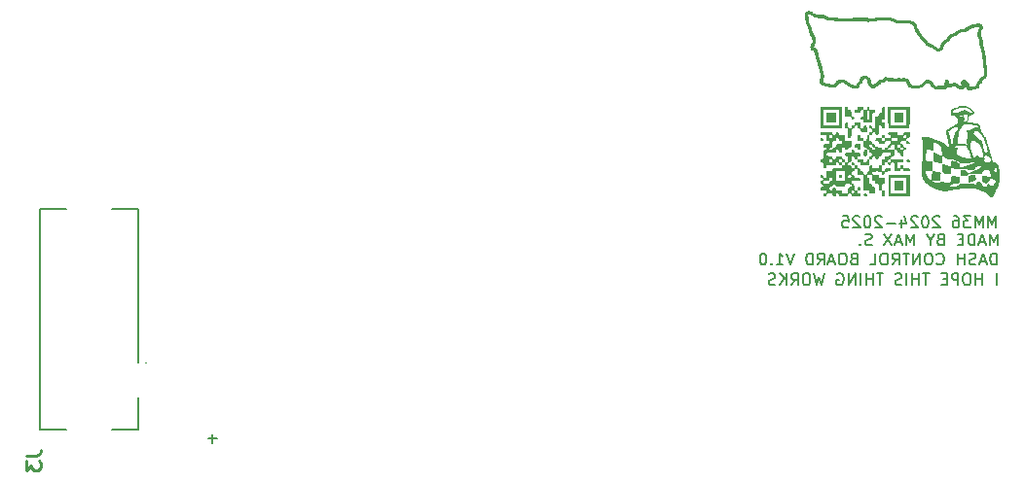
<source format=gbr>
%TF.GenerationSoftware,KiCad,Pcbnew,8.0.5*%
%TF.CreationDate,2025-02-04T15:21:29-08:00*%
%TF.ProjectId,MM36-Dash,4d4d3336-2d44-4617-9368-2e6b69636164,rev?*%
%TF.SameCoordinates,Original*%
%TF.FileFunction,Legend,Bot*%
%TF.FilePolarity,Positive*%
%FSLAX46Y46*%
G04 Gerber Fmt 4.6, Leading zero omitted, Abs format (unit mm)*
G04 Created by KiCad (PCBNEW 8.0.5) date 2025-02-04 15:21:29*
%MOMM*%
%LPD*%
G01*
G04 APERTURE LIST*
%ADD10C,0.200000*%
%ADD11C,0.254000*%
%ADD12C,0.000000*%
%ADD13C,0.100000*%
%ADD14R,1.000000X1.000000*%
%ADD15O,1.000000X1.000000*%
%ADD16C,1.600000*%
%ADD17R,1.600000X1.600000*%
%ADD18C,1.200000*%
%ADD19O,2.200000X1.300000*%
%ADD20C,5.700000*%
%ADD21C,3.600000*%
%ADD22C,2.500000*%
%ADD23C,1.650000*%
%ADD24R,1.478000X1.478000*%
%ADD25C,1.478000*%
G04 APERTURE END LIST*
D10*
X146630326Y-167486266D02*
X145868422Y-167486266D01*
X146249374Y-167867219D02*
X146249374Y-167105314D01*
X214430326Y-154117219D02*
X214430326Y-153117219D01*
X213192231Y-154117219D02*
X213192231Y-153117219D01*
X213192231Y-153593409D02*
X212620803Y-153593409D01*
X212620803Y-154117219D02*
X212620803Y-153117219D01*
X211954136Y-153117219D02*
X211763660Y-153117219D01*
X211763660Y-153117219D02*
X211668422Y-153164838D01*
X211668422Y-153164838D02*
X211573184Y-153260076D01*
X211573184Y-153260076D02*
X211525565Y-153450552D01*
X211525565Y-153450552D02*
X211525565Y-153783885D01*
X211525565Y-153783885D02*
X211573184Y-153974361D01*
X211573184Y-153974361D02*
X211668422Y-154069600D01*
X211668422Y-154069600D02*
X211763660Y-154117219D01*
X211763660Y-154117219D02*
X211954136Y-154117219D01*
X211954136Y-154117219D02*
X212049374Y-154069600D01*
X212049374Y-154069600D02*
X212144612Y-153974361D01*
X212144612Y-153974361D02*
X212192231Y-153783885D01*
X212192231Y-153783885D02*
X212192231Y-153450552D01*
X212192231Y-153450552D02*
X212144612Y-153260076D01*
X212144612Y-153260076D02*
X212049374Y-153164838D01*
X212049374Y-153164838D02*
X211954136Y-153117219D01*
X211096993Y-154117219D02*
X211096993Y-153117219D01*
X211096993Y-153117219D02*
X210716041Y-153117219D01*
X210716041Y-153117219D02*
X210620803Y-153164838D01*
X210620803Y-153164838D02*
X210573184Y-153212457D01*
X210573184Y-153212457D02*
X210525565Y-153307695D01*
X210525565Y-153307695D02*
X210525565Y-153450552D01*
X210525565Y-153450552D02*
X210573184Y-153545790D01*
X210573184Y-153545790D02*
X210620803Y-153593409D01*
X210620803Y-153593409D02*
X210716041Y-153641028D01*
X210716041Y-153641028D02*
X211096993Y-153641028D01*
X210096993Y-153593409D02*
X209763660Y-153593409D01*
X209620803Y-154117219D02*
X210096993Y-154117219D01*
X210096993Y-154117219D02*
X210096993Y-153117219D01*
X210096993Y-153117219D02*
X209620803Y-153117219D01*
X208573183Y-153117219D02*
X208001755Y-153117219D01*
X208287469Y-154117219D02*
X208287469Y-153117219D01*
X207668421Y-154117219D02*
X207668421Y-153117219D01*
X207668421Y-153593409D02*
X207096993Y-153593409D01*
X207096993Y-154117219D02*
X207096993Y-153117219D01*
X206620802Y-154117219D02*
X206620802Y-153117219D01*
X206192231Y-154069600D02*
X206049374Y-154117219D01*
X206049374Y-154117219D02*
X205811279Y-154117219D01*
X205811279Y-154117219D02*
X205716041Y-154069600D01*
X205716041Y-154069600D02*
X205668422Y-154021980D01*
X205668422Y-154021980D02*
X205620803Y-153926742D01*
X205620803Y-153926742D02*
X205620803Y-153831504D01*
X205620803Y-153831504D02*
X205668422Y-153736266D01*
X205668422Y-153736266D02*
X205716041Y-153688647D01*
X205716041Y-153688647D02*
X205811279Y-153641028D01*
X205811279Y-153641028D02*
X206001755Y-153593409D01*
X206001755Y-153593409D02*
X206096993Y-153545790D01*
X206096993Y-153545790D02*
X206144612Y-153498171D01*
X206144612Y-153498171D02*
X206192231Y-153402933D01*
X206192231Y-153402933D02*
X206192231Y-153307695D01*
X206192231Y-153307695D02*
X206144612Y-153212457D01*
X206144612Y-153212457D02*
X206096993Y-153164838D01*
X206096993Y-153164838D02*
X206001755Y-153117219D01*
X206001755Y-153117219D02*
X205763660Y-153117219D01*
X205763660Y-153117219D02*
X205620803Y-153164838D01*
X204573183Y-153117219D02*
X204001755Y-153117219D01*
X204287469Y-154117219D02*
X204287469Y-153117219D01*
X203668421Y-154117219D02*
X203668421Y-153117219D01*
X203668421Y-153593409D02*
X203096993Y-153593409D01*
X203096993Y-154117219D02*
X203096993Y-153117219D01*
X202620802Y-154117219D02*
X202620802Y-153117219D01*
X202144612Y-154117219D02*
X202144612Y-153117219D01*
X202144612Y-153117219D02*
X201573184Y-154117219D01*
X201573184Y-154117219D02*
X201573184Y-153117219D01*
X200573184Y-153164838D02*
X200668422Y-153117219D01*
X200668422Y-153117219D02*
X200811279Y-153117219D01*
X200811279Y-153117219D02*
X200954136Y-153164838D01*
X200954136Y-153164838D02*
X201049374Y-153260076D01*
X201049374Y-153260076D02*
X201096993Y-153355314D01*
X201096993Y-153355314D02*
X201144612Y-153545790D01*
X201144612Y-153545790D02*
X201144612Y-153688647D01*
X201144612Y-153688647D02*
X201096993Y-153879123D01*
X201096993Y-153879123D02*
X201049374Y-153974361D01*
X201049374Y-153974361D02*
X200954136Y-154069600D01*
X200954136Y-154069600D02*
X200811279Y-154117219D01*
X200811279Y-154117219D02*
X200716041Y-154117219D01*
X200716041Y-154117219D02*
X200573184Y-154069600D01*
X200573184Y-154069600D02*
X200525565Y-154021980D01*
X200525565Y-154021980D02*
X200525565Y-153688647D01*
X200525565Y-153688647D02*
X200716041Y-153688647D01*
X199430326Y-153117219D02*
X199192231Y-154117219D01*
X199192231Y-154117219D02*
X199001755Y-153402933D01*
X199001755Y-153402933D02*
X198811279Y-154117219D01*
X198811279Y-154117219D02*
X198573184Y-153117219D01*
X198001755Y-153117219D02*
X197811279Y-153117219D01*
X197811279Y-153117219D02*
X197716041Y-153164838D01*
X197716041Y-153164838D02*
X197620803Y-153260076D01*
X197620803Y-153260076D02*
X197573184Y-153450552D01*
X197573184Y-153450552D02*
X197573184Y-153783885D01*
X197573184Y-153783885D02*
X197620803Y-153974361D01*
X197620803Y-153974361D02*
X197716041Y-154069600D01*
X197716041Y-154069600D02*
X197811279Y-154117219D01*
X197811279Y-154117219D02*
X198001755Y-154117219D01*
X198001755Y-154117219D02*
X198096993Y-154069600D01*
X198096993Y-154069600D02*
X198192231Y-153974361D01*
X198192231Y-153974361D02*
X198239850Y-153783885D01*
X198239850Y-153783885D02*
X198239850Y-153450552D01*
X198239850Y-153450552D02*
X198192231Y-153260076D01*
X198192231Y-153260076D02*
X198096993Y-153164838D01*
X198096993Y-153164838D02*
X198001755Y-153117219D01*
X196573184Y-154117219D02*
X196906517Y-153641028D01*
X197144612Y-154117219D02*
X197144612Y-153117219D01*
X197144612Y-153117219D02*
X196763660Y-153117219D01*
X196763660Y-153117219D02*
X196668422Y-153164838D01*
X196668422Y-153164838D02*
X196620803Y-153212457D01*
X196620803Y-153212457D02*
X196573184Y-153307695D01*
X196573184Y-153307695D02*
X196573184Y-153450552D01*
X196573184Y-153450552D02*
X196620803Y-153545790D01*
X196620803Y-153545790D02*
X196668422Y-153593409D01*
X196668422Y-153593409D02*
X196763660Y-153641028D01*
X196763660Y-153641028D02*
X197144612Y-153641028D01*
X196144612Y-154117219D02*
X196144612Y-153117219D01*
X195573184Y-154117219D02*
X196001755Y-153545790D01*
X195573184Y-153117219D02*
X196144612Y-153688647D01*
X195192231Y-154069600D02*
X195049374Y-154117219D01*
X195049374Y-154117219D02*
X194811279Y-154117219D01*
X194811279Y-154117219D02*
X194716041Y-154069600D01*
X194716041Y-154069600D02*
X194668422Y-154021980D01*
X194668422Y-154021980D02*
X194620803Y-153926742D01*
X194620803Y-153926742D02*
X194620803Y-153831504D01*
X194620803Y-153831504D02*
X194668422Y-153736266D01*
X194668422Y-153736266D02*
X194716041Y-153688647D01*
X194716041Y-153688647D02*
X194811279Y-153641028D01*
X194811279Y-153641028D02*
X195001755Y-153593409D01*
X195001755Y-153593409D02*
X195096993Y-153545790D01*
X195096993Y-153545790D02*
X195144612Y-153498171D01*
X195144612Y-153498171D02*
X195192231Y-153402933D01*
X195192231Y-153402933D02*
X195192231Y-153307695D01*
X195192231Y-153307695D02*
X195144612Y-153212457D01*
X195144612Y-153212457D02*
X195096993Y-153164838D01*
X195096993Y-153164838D02*
X195001755Y-153117219D01*
X195001755Y-153117219D02*
X194763660Y-153117219D01*
X194763660Y-153117219D02*
X194620803Y-153164838D01*
X214430326Y-152367219D02*
X214430326Y-151367219D01*
X214430326Y-151367219D02*
X214192231Y-151367219D01*
X214192231Y-151367219D02*
X214049374Y-151414838D01*
X214049374Y-151414838D02*
X213954136Y-151510076D01*
X213954136Y-151510076D02*
X213906517Y-151605314D01*
X213906517Y-151605314D02*
X213858898Y-151795790D01*
X213858898Y-151795790D02*
X213858898Y-151938647D01*
X213858898Y-151938647D02*
X213906517Y-152129123D01*
X213906517Y-152129123D02*
X213954136Y-152224361D01*
X213954136Y-152224361D02*
X214049374Y-152319600D01*
X214049374Y-152319600D02*
X214192231Y-152367219D01*
X214192231Y-152367219D02*
X214430326Y-152367219D01*
X213477945Y-152081504D02*
X213001755Y-152081504D01*
X213573183Y-152367219D02*
X213239850Y-151367219D01*
X213239850Y-151367219D02*
X212906517Y-152367219D01*
X212620802Y-152319600D02*
X212477945Y-152367219D01*
X212477945Y-152367219D02*
X212239850Y-152367219D01*
X212239850Y-152367219D02*
X212144612Y-152319600D01*
X212144612Y-152319600D02*
X212096993Y-152271980D01*
X212096993Y-152271980D02*
X212049374Y-152176742D01*
X212049374Y-152176742D02*
X212049374Y-152081504D01*
X212049374Y-152081504D02*
X212096993Y-151986266D01*
X212096993Y-151986266D02*
X212144612Y-151938647D01*
X212144612Y-151938647D02*
X212239850Y-151891028D01*
X212239850Y-151891028D02*
X212430326Y-151843409D01*
X212430326Y-151843409D02*
X212525564Y-151795790D01*
X212525564Y-151795790D02*
X212573183Y-151748171D01*
X212573183Y-151748171D02*
X212620802Y-151652933D01*
X212620802Y-151652933D02*
X212620802Y-151557695D01*
X212620802Y-151557695D02*
X212573183Y-151462457D01*
X212573183Y-151462457D02*
X212525564Y-151414838D01*
X212525564Y-151414838D02*
X212430326Y-151367219D01*
X212430326Y-151367219D02*
X212192231Y-151367219D01*
X212192231Y-151367219D02*
X212049374Y-151414838D01*
X211620802Y-152367219D02*
X211620802Y-151367219D01*
X211620802Y-151843409D02*
X211049374Y-151843409D01*
X211049374Y-152367219D02*
X211049374Y-151367219D01*
X209239850Y-152271980D02*
X209287469Y-152319600D01*
X209287469Y-152319600D02*
X209430326Y-152367219D01*
X209430326Y-152367219D02*
X209525564Y-152367219D01*
X209525564Y-152367219D02*
X209668421Y-152319600D01*
X209668421Y-152319600D02*
X209763659Y-152224361D01*
X209763659Y-152224361D02*
X209811278Y-152129123D01*
X209811278Y-152129123D02*
X209858897Y-151938647D01*
X209858897Y-151938647D02*
X209858897Y-151795790D01*
X209858897Y-151795790D02*
X209811278Y-151605314D01*
X209811278Y-151605314D02*
X209763659Y-151510076D01*
X209763659Y-151510076D02*
X209668421Y-151414838D01*
X209668421Y-151414838D02*
X209525564Y-151367219D01*
X209525564Y-151367219D02*
X209430326Y-151367219D01*
X209430326Y-151367219D02*
X209287469Y-151414838D01*
X209287469Y-151414838D02*
X209239850Y-151462457D01*
X208620802Y-151367219D02*
X208430326Y-151367219D01*
X208430326Y-151367219D02*
X208335088Y-151414838D01*
X208335088Y-151414838D02*
X208239850Y-151510076D01*
X208239850Y-151510076D02*
X208192231Y-151700552D01*
X208192231Y-151700552D02*
X208192231Y-152033885D01*
X208192231Y-152033885D02*
X208239850Y-152224361D01*
X208239850Y-152224361D02*
X208335088Y-152319600D01*
X208335088Y-152319600D02*
X208430326Y-152367219D01*
X208430326Y-152367219D02*
X208620802Y-152367219D01*
X208620802Y-152367219D02*
X208716040Y-152319600D01*
X208716040Y-152319600D02*
X208811278Y-152224361D01*
X208811278Y-152224361D02*
X208858897Y-152033885D01*
X208858897Y-152033885D02*
X208858897Y-151700552D01*
X208858897Y-151700552D02*
X208811278Y-151510076D01*
X208811278Y-151510076D02*
X208716040Y-151414838D01*
X208716040Y-151414838D02*
X208620802Y-151367219D01*
X207763659Y-152367219D02*
X207763659Y-151367219D01*
X207763659Y-151367219D02*
X207192231Y-152367219D01*
X207192231Y-152367219D02*
X207192231Y-151367219D01*
X206858897Y-151367219D02*
X206287469Y-151367219D01*
X206573183Y-152367219D02*
X206573183Y-151367219D01*
X205382707Y-152367219D02*
X205716040Y-151891028D01*
X205954135Y-152367219D02*
X205954135Y-151367219D01*
X205954135Y-151367219D02*
X205573183Y-151367219D01*
X205573183Y-151367219D02*
X205477945Y-151414838D01*
X205477945Y-151414838D02*
X205430326Y-151462457D01*
X205430326Y-151462457D02*
X205382707Y-151557695D01*
X205382707Y-151557695D02*
X205382707Y-151700552D01*
X205382707Y-151700552D02*
X205430326Y-151795790D01*
X205430326Y-151795790D02*
X205477945Y-151843409D01*
X205477945Y-151843409D02*
X205573183Y-151891028D01*
X205573183Y-151891028D02*
X205954135Y-151891028D01*
X204763659Y-151367219D02*
X204573183Y-151367219D01*
X204573183Y-151367219D02*
X204477945Y-151414838D01*
X204477945Y-151414838D02*
X204382707Y-151510076D01*
X204382707Y-151510076D02*
X204335088Y-151700552D01*
X204335088Y-151700552D02*
X204335088Y-152033885D01*
X204335088Y-152033885D02*
X204382707Y-152224361D01*
X204382707Y-152224361D02*
X204477945Y-152319600D01*
X204477945Y-152319600D02*
X204573183Y-152367219D01*
X204573183Y-152367219D02*
X204763659Y-152367219D01*
X204763659Y-152367219D02*
X204858897Y-152319600D01*
X204858897Y-152319600D02*
X204954135Y-152224361D01*
X204954135Y-152224361D02*
X205001754Y-152033885D01*
X205001754Y-152033885D02*
X205001754Y-151700552D01*
X205001754Y-151700552D02*
X204954135Y-151510076D01*
X204954135Y-151510076D02*
X204858897Y-151414838D01*
X204858897Y-151414838D02*
X204763659Y-151367219D01*
X203430326Y-152367219D02*
X203906516Y-152367219D01*
X203906516Y-152367219D02*
X203906516Y-151367219D01*
X202001754Y-151843409D02*
X201858897Y-151891028D01*
X201858897Y-151891028D02*
X201811278Y-151938647D01*
X201811278Y-151938647D02*
X201763659Y-152033885D01*
X201763659Y-152033885D02*
X201763659Y-152176742D01*
X201763659Y-152176742D02*
X201811278Y-152271980D01*
X201811278Y-152271980D02*
X201858897Y-152319600D01*
X201858897Y-152319600D02*
X201954135Y-152367219D01*
X201954135Y-152367219D02*
X202335087Y-152367219D01*
X202335087Y-152367219D02*
X202335087Y-151367219D01*
X202335087Y-151367219D02*
X202001754Y-151367219D01*
X202001754Y-151367219D02*
X201906516Y-151414838D01*
X201906516Y-151414838D02*
X201858897Y-151462457D01*
X201858897Y-151462457D02*
X201811278Y-151557695D01*
X201811278Y-151557695D02*
X201811278Y-151652933D01*
X201811278Y-151652933D02*
X201858897Y-151748171D01*
X201858897Y-151748171D02*
X201906516Y-151795790D01*
X201906516Y-151795790D02*
X202001754Y-151843409D01*
X202001754Y-151843409D02*
X202335087Y-151843409D01*
X201144611Y-151367219D02*
X200954135Y-151367219D01*
X200954135Y-151367219D02*
X200858897Y-151414838D01*
X200858897Y-151414838D02*
X200763659Y-151510076D01*
X200763659Y-151510076D02*
X200716040Y-151700552D01*
X200716040Y-151700552D02*
X200716040Y-152033885D01*
X200716040Y-152033885D02*
X200763659Y-152224361D01*
X200763659Y-152224361D02*
X200858897Y-152319600D01*
X200858897Y-152319600D02*
X200954135Y-152367219D01*
X200954135Y-152367219D02*
X201144611Y-152367219D01*
X201144611Y-152367219D02*
X201239849Y-152319600D01*
X201239849Y-152319600D02*
X201335087Y-152224361D01*
X201335087Y-152224361D02*
X201382706Y-152033885D01*
X201382706Y-152033885D02*
X201382706Y-151700552D01*
X201382706Y-151700552D02*
X201335087Y-151510076D01*
X201335087Y-151510076D02*
X201239849Y-151414838D01*
X201239849Y-151414838D02*
X201144611Y-151367219D01*
X200335087Y-152081504D02*
X199858897Y-152081504D01*
X200430325Y-152367219D02*
X200096992Y-151367219D01*
X200096992Y-151367219D02*
X199763659Y-152367219D01*
X198858897Y-152367219D02*
X199192230Y-151891028D01*
X199430325Y-152367219D02*
X199430325Y-151367219D01*
X199430325Y-151367219D02*
X199049373Y-151367219D01*
X199049373Y-151367219D02*
X198954135Y-151414838D01*
X198954135Y-151414838D02*
X198906516Y-151462457D01*
X198906516Y-151462457D02*
X198858897Y-151557695D01*
X198858897Y-151557695D02*
X198858897Y-151700552D01*
X198858897Y-151700552D02*
X198906516Y-151795790D01*
X198906516Y-151795790D02*
X198954135Y-151843409D01*
X198954135Y-151843409D02*
X199049373Y-151891028D01*
X199049373Y-151891028D02*
X199430325Y-151891028D01*
X198430325Y-152367219D02*
X198430325Y-151367219D01*
X198430325Y-151367219D02*
X198192230Y-151367219D01*
X198192230Y-151367219D02*
X198049373Y-151414838D01*
X198049373Y-151414838D02*
X197954135Y-151510076D01*
X197954135Y-151510076D02*
X197906516Y-151605314D01*
X197906516Y-151605314D02*
X197858897Y-151795790D01*
X197858897Y-151795790D02*
X197858897Y-151938647D01*
X197858897Y-151938647D02*
X197906516Y-152129123D01*
X197906516Y-152129123D02*
X197954135Y-152224361D01*
X197954135Y-152224361D02*
X198049373Y-152319600D01*
X198049373Y-152319600D02*
X198192230Y-152367219D01*
X198192230Y-152367219D02*
X198430325Y-152367219D01*
X196811277Y-151367219D02*
X196477944Y-152367219D01*
X196477944Y-152367219D02*
X196144611Y-151367219D01*
X195287468Y-152367219D02*
X195858896Y-152367219D01*
X195573182Y-152367219D02*
X195573182Y-151367219D01*
X195573182Y-151367219D02*
X195668420Y-151510076D01*
X195668420Y-151510076D02*
X195763658Y-151605314D01*
X195763658Y-151605314D02*
X195858896Y-151652933D01*
X194858896Y-152271980D02*
X194811277Y-152319600D01*
X194811277Y-152319600D02*
X194858896Y-152367219D01*
X194858896Y-152367219D02*
X194906515Y-152319600D01*
X194906515Y-152319600D02*
X194858896Y-152271980D01*
X194858896Y-152271980D02*
X194858896Y-152367219D01*
X194192230Y-151367219D02*
X194096992Y-151367219D01*
X194096992Y-151367219D02*
X194001754Y-151414838D01*
X194001754Y-151414838D02*
X193954135Y-151462457D01*
X193954135Y-151462457D02*
X193906516Y-151557695D01*
X193906516Y-151557695D02*
X193858897Y-151748171D01*
X193858897Y-151748171D02*
X193858897Y-151986266D01*
X193858897Y-151986266D02*
X193906516Y-152176742D01*
X193906516Y-152176742D02*
X193954135Y-152271980D01*
X193954135Y-152271980D02*
X194001754Y-152319600D01*
X194001754Y-152319600D02*
X194096992Y-152367219D01*
X194096992Y-152367219D02*
X194192230Y-152367219D01*
X194192230Y-152367219D02*
X194287468Y-152319600D01*
X194287468Y-152319600D02*
X194335087Y-152271980D01*
X194335087Y-152271980D02*
X194382706Y-152176742D01*
X194382706Y-152176742D02*
X194430325Y-151986266D01*
X194430325Y-151986266D02*
X194430325Y-151748171D01*
X194430325Y-151748171D02*
X194382706Y-151557695D01*
X194382706Y-151557695D02*
X194335087Y-151462457D01*
X194335087Y-151462457D02*
X194287468Y-151414838D01*
X194287468Y-151414838D02*
X194192230Y-151367219D01*
X214380326Y-149117219D02*
X214380326Y-148117219D01*
X214380326Y-148117219D02*
X214046993Y-148831504D01*
X214046993Y-148831504D02*
X213713660Y-148117219D01*
X213713660Y-148117219D02*
X213713660Y-149117219D01*
X213237469Y-149117219D02*
X213237469Y-148117219D01*
X213237469Y-148117219D02*
X212904136Y-148831504D01*
X212904136Y-148831504D02*
X212570803Y-148117219D01*
X212570803Y-148117219D02*
X212570803Y-149117219D01*
X212189850Y-148117219D02*
X211570803Y-148117219D01*
X211570803Y-148117219D02*
X211904136Y-148498171D01*
X211904136Y-148498171D02*
X211761279Y-148498171D01*
X211761279Y-148498171D02*
X211666041Y-148545790D01*
X211666041Y-148545790D02*
X211618422Y-148593409D01*
X211618422Y-148593409D02*
X211570803Y-148688647D01*
X211570803Y-148688647D02*
X211570803Y-148926742D01*
X211570803Y-148926742D02*
X211618422Y-149021980D01*
X211618422Y-149021980D02*
X211666041Y-149069600D01*
X211666041Y-149069600D02*
X211761279Y-149117219D01*
X211761279Y-149117219D02*
X212046993Y-149117219D01*
X212046993Y-149117219D02*
X212142231Y-149069600D01*
X212142231Y-149069600D02*
X212189850Y-149021980D01*
X210713660Y-148117219D02*
X210904136Y-148117219D01*
X210904136Y-148117219D02*
X210999374Y-148164838D01*
X210999374Y-148164838D02*
X211046993Y-148212457D01*
X211046993Y-148212457D02*
X211142231Y-148355314D01*
X211142231Y-148355314D02*
X211189850Y-148545790D01*
X211189850Y-148545790D02*
X211189850Y-148926742D01*
X211189850Y-148926742D02*
X211142231Y-149021980D01*
X211142231Y-149021980D02*
X211094612Y-149069600D01*
X211094612Y-149069600D02*
X210999374Y-149117219D01*
X210999374Y-149117219D02*
X210808898Y-149117219D01*
X210808898Y-149117219D02*
X210713660Y-149069600D01*
X210713660Y-149069600D02*
X210666041Y-149021980D01*
X210666041Y-149021980D02*
X210618422Y-148926742D01*
X210618422Y-148926742D02*
X210618422Y-148688647D01*
X210618422Y-148688647D02*
X210666041Y-148593409D01*
X210666041Y-148593409D02*
X210713660Y-148545790D01*
X210713660Y-148545790D02*
X210808898Y-148498171D01*
X210808898Y-148498171D02*
X210999374Y-148498171D01*
X210999374Y-148498171D02*
X211094612Y-148545790D01*
X211094612Y-148545790D02*
X211142231Y-148593409D01*
X211142231Y-148593409D02*
X211189850Y-148688647D01*
X209475564Y-148212457D02*
X209427945Y-148164838D01*
X209427945Y-148164838D02*
X209332707Y-148117219D01*
X209332707Y-148117219D02*
X209094612Y-148117219D01*
X209094612Y-148117219D02*
X208999374Y-148164838D01*
X208999374Y-148164838D02*
X208951755Y-148212457D01*
X208951755Y-148212457D02*
X208904136Y-148307695D01*
X208904136Y-148307695D02*
X208904136Y-148402933D01*
X208904136Y-148402933D02*
X208951755Y-148545790D01*
X208951755Y-148545790D02*
X209523183Y-149117219D01*
X209523183Y-149117219D02*
X208904136Y-149117219D01*
X208285088Y-148117219D02*
X208189850Y-148117219D01*
X208189850Y-148117219D02*
X208094612Y-148164838D01*
X208094612Y-148164838D02*
X208046993Y-148212457D01*
X208046993Y-148212457D02*
X207999374Y-148307695D01*
X207999374Y-148307695D02*
X207951755Y-148498171D01*
X207951755Y-148498171D02*
X207951755Y-148736266D01*
X207951755Y-148736266D02*
X207999374Y-148926742D01*
X207999374Y-148926742D02*
X208046993Y-149021980D01*
X208046993Y-149021980D02*
X208094612Y-149069600D01*
X208094612Y-149069600D02*
X208189850Y-149117219D01*
X208189850Y-149117219D02*
X208285088Y-149117219D01*
X208285088Y-149117219D02*
X208380326Y-149069600D01*
X208380326Y-149069600D02*
X208427945Y-149021980D01*
X208427945Y-149021980D02*
X208475564Y-148926742D01*
X208475564Y-148926742D02*
X208523183Y-148736266D01*
X208523183Y-148736266D02*
X208523183Y-148498171D01*
X208523183Y-148498171D02*
X208475564Y-148307695D01*
X208475564Y-148307695D02*
X208427945Y-148212457D01*
X208427945Y-148212457D02*
X208380326Y-148164838D01*
X208380326Y-148164838D02*
X208285088Y-148117219D01*
X207570802Y-148212457D02*
X207523183Y-148164838D01*
X207523183Y-148164838D02*
X207427945Y-148117219D01*
X207427945Y-148117219D02*
X207189850Y-148117219D01*
X207189850Y-148117219D02*
X207094612Y-148164838D01*
X207094612Y-148164838D02*
X207046993Y-148212457D01*
X207046993Y-148212457D02*
X206999374Y-148307695D01*
X206999374Y-148307695D02*
X206999374Y-148402933D01*
X206999374Y-148402933D02*
X207046993Y-148545790D01*
X207046993Y-148545790D02*
X207618421Y-149117219D01*
X207618421Y-149117219D02*
X206999374Y-149117219D01*
X206142231Y-148450552D02*
X206142231Y-149117219D01*
X206380326Y-148069600D02*
X206618421Y-148783885D01*
X206618421Y-148783885D02*
X205999374Y-148783885D01*
X205618421Y-148736266D02*
X204856517Y-148736266D01*
X204427945Y-148212457D02*
X204380326Y-148164838D01*
X204380326Y-148164838D02*
X204285088Y-148117219D01*
X204285088Y-148117219D02*
X204046993Y-148117219D01*
X204046993Y-148117219D02*
X203951755Y-148164838D01*
X203951755Y-148164838D02*
X203904136Y-148212457D01*
X203904136Y-148212457D02*
X203856517Y-148307695D01*
X203856517Y-148307695D02*
X203856517Y-148402933D01*
X203856517Y-148402933D02*
X203904136Y-148545790D01*
X203904136Y-148545790D02*
X204475564Y-149117219D01*
X204475564Y-149117219D02*
X203856517Y-149117219D01*
X203237469Y-148117219D02*
X203142231Y-148117219D01*
X203142231Y-148117219D02*
X203046993Y-148164838D01*
X203046993Y-148164838D02*
X202999374Y-148212457D01*
X202999374Y-148212457D02*
X202951755Y-148307695D01*
X202951755Y-148307695D02*
X202904136Y-148498171D01*
X202904136Y-148498171D02*
X202904136Y-148736266D01*
X202904136Y-148736266D02*
X202951755Y-148926742D01*
X202951755Y-148926742D02*
X202999374Y-149021980D01*
X202999374Y-149021980D02*
X203046993Y-149069600D01*
X203046993Y-149069600D02*
X203142231Y-149117219D01*
X203142231Y-149117219D02*
X203237469Y-149117219D01*
X203237469Y-149117219D02*
X203332707Y-149069600D01*
X203332707Y-149069600D02*
X203380326Y-149021980D01*
X203380326Y-149021980D02*
X203427945Y-148926742D01*
X203427945Y-148926742D02*
X203475564Y-148736266D01*
X203475564Y-148736266D02*
X203475564Y-148498171D01*
X203475564Y-148498171D02*
X203427945Y-148307695D01*
X203427945Y-148307695D02*
X203380326Y-148212457D01*
X203380326Y-148212457D02*
X203332707Y-148164838D01*
X203332707Y-148164838D02*
X203237469Y-148117219D01*
X202523183Y-148212457D02*
X202475564Y-148164838D01*
X202475564Y-148164838D02*
X202380326Y-148117219D01*
X202380326Y-148117219D02*
X202142231Y-148117219D01*
X202142231Y-148117219D02*
X202046993Y-148164838D01*
X202046993Y-148164838D02*
X201999374Y-148212457D01*
X201999374Y-148212457D02*
X201951755Y-148307695D01*
X201951755Y-148307695D02*
X201951755Y-148402933D01*
X201951755Y-148402933D02*
X201999374Y-148545790D01*
X201999374Y-148545790D02*
X202570802Y-149117219D01*
X202570802Y-149117219D02*
X201951755Y-149117219D01*
X201046993Y-148117219D02*
X201523183Y-148117219D01*
X201523183Y-148117219D02*
X201570802Y-148593409D01*
X201570802Y-148593409D02*
X201523183Y-148545790D01*
X201523183Y-148545790D02*
X201427945Y-148498171D01*
X201427945Y-148498171D02*
X201189850Y-148498171D01*
X201189850Y-148498171D02*
X201094612Y-148545790D01*
X201094612Y-148545790D02*
X201046993Y-148593409D01*
X201046993Y-148593409D02*
X200999374Y-148688647D01*
X200999374Y-148688647D02*
X200999374Y-148926742D01*
X200999374Y-148926742D02*
X201046993Y-149021980D01*
X201046993Y-149021980D02*
X201094612Y-149069600D01*
X201094612Y-149069600D02*
X201189850Y-149117219D01*
X201189850Y-149117219D02*
X201427945Y-149117219D01*
X201427945Y-149117219D02*
X201523183Y-149069600D01*
X201523183Y-149069600D02*
X201570802Y-149021980D01*
X214530326Y-150667219D02*
X214530326Y-149667219D01*
X214530326Y-149667219D02*
X214196993Y-150381504D01*
X214196993Y-150381504D02*
X213863660Y-149667219D01*
X213863660Y-149667219D02*
X213863660Y-150667219D01*
X213435088Y-150381504D02*
X212958898Y-150381504D01*
X213530326Y-150667219D02*
X213196993Y-149667219D01*
X213196993Y-149667219D02*
X212863660Y-150667219D01*
X212530326Y-150667219D02*
X212530326Y-149667219D01*
X212530326Y-149667219D02*
X212292231Y-149667219D01*
X212292231Y-149667219D02*
X212149374Y-149714838D01*
X212149374Y-149714838D02*
X212054136Y-149810076D01*
X212054136Y-149810076D02*
X212006517Y-149905314D01*
X212006517Y-149905314D02*
X211958898Y-150095790D01*
X211958898Y-150095790D02*
X211958898Y-150238647D01*
X211958898Y-150238647D02*
X212006517Y-150429123D01*
X212006517Y-150429123D02*
X212054136Y-150524361D01*
X212054136Y-150524361D02*
X212149374Y-150619600D01*
X212149374Y-150619600D02*
X212292231Y-150667219D01*
X212292231Y-150667219D02*
X212530326Y-150667219D01*
X211530326Y-150143409D02*
X211196993Y-150143409D01*
X211054136Y-150667219D02*
X211530326Y-150667219D01*
X211530326Y-150667219D02*
X211530326Y-149667219D01*
X211530326Y-149667219D02*
X211054136Y-149667219D01*
X209530326Y-150143409D02*
X209387469Y-150191028D01*
X209387469Y-150191028D02*
X209339850Y-150238647D01*
X209339850Y-150238647D02*
X209292231Y-150333885D01*
X209292231Y-150333885D02*
X209292231Y-150476742D01*
X209292231Y-150476742D02*
X209339850Y-150571980D01*
X209339850Y-150571980D02*
X209387469Y-150619600D01*
X209387469Y-150619600D02*
X209482707Y-150667219D01*
X209482707Y-150667219D02*
X209863659Y-150667219D01*
X209863659Y-150667219D02*
X209863659Y-149667219D01*
X209863659Y-149667219D02*
X209530326Y-149667219D01*
X209530326Y-149667219D02*
X209435088Y-149714838D01*
X209435088Y-149714838D02*
X209387469Y-149762457D01*
X209387469Y-149762457D02*
X209339850Y-149857695D01*
X209339850Y-149857695D02*
X209339850Y-149952933D01*
X209339850Y-149952933D02*
X209387469Y-150048171D01*
X209387469Y-150048171D02*
X209435088Y-150095790D01*
X209435088Y-150095790D02*
X209530326Y-150143409D01*
X209530326Y-150143409D02*
X209863659Y-150143409D01*
X208673183Y-150191028D02*
X208673183Y-150667219D01*
X209006516Y-149667219D02*
X208673183Y-150191028D01*
X208673183Y-150191028D02*
X208339850Y-149667219D01*
X207244611Y-150667219D02*
X207244611Y-149667219D01*
X207244611Y-149667219D02*
X206911278Y-150381504D01*
X206911278Y-150381504D02*
X206577945Y-149667219D01*
X206577945Y-149667219D02*
X206577945Y-150667219D01*
X206149373Y-150381504D02*
X205673183Y-150381504D01*
X206244611Y-150667219D02*
X205911278Y-149667219D01*
X205911278Y-149667219D02*
X205577945Y-150667219D01*
X205339849Y-149667219D02*
X204673183Y-150667219D01*
X204673183Y-149667219D02*
X205339849Y-150667219D01*
X203577944Y-150619600D02*
X203435087Y-150667219D01*
X203435087Y-150667219D02*
X203196992Y-150667219D01*
X203196992Y-150667219D02*
X203101754Y-150619600D01*
X203101754Y-150619600D02*
X203054135Y-150571980D01*
X203054135Y-150571980D02*
X203006516Y-150476742D01*
X203006516Y-150476742D02*
X203006516Y-150381504D01*
X203006516Y-150381504D02*
X203054135Y-150286266D01*
X203054135Y-150286266D02*
X203101754Y-150238647D01*
X203101754Y-150238647D02*
X203196992Y-150191028D01*
X203196992Y-150191028D02*
X203387468Y-150143409D01*
X203387468Y-150143409D02*
X203482706Y-150095790D01*
X203482706Y-150095790D02*
X203530325Y-150048171D01*
X203530325Y-150048171D02*
X203577944Y-149952933D01*
X203577944Y-149952933D02*
X203577944Y-149857695D01*
X203577944Y-149857695D02*
X203530325Y-149762457D01*
X203530325Y-149762457D02*
X203482706Y-149714838D01*
X203482706Y-149714838D02*
X203387468Y-149667219D01*
X203387468Y-149667219D02*
X203149373Y-149667219D01*
X203149373Y-149667219D02*
X203006516Y-149714838D01*
X202577944Y-150571980D02*
X202530325Y-150619600D01*
X202530325Y-150619600D02*
X202577944Y-150667219D01*
X202577944Y-150667219D02*
X202625563Y-150619600D01*
X202625563Y-150619600D02*
X202577944Y-150571980D01*
X202577944Y-150571980D02*
X202577944Y-150667219D01*
D11*
X130004318Y-168976667D02*
X130911461Y-168976667D01*
X130911461Y-168976667D02*
X131092889Y-168916190D01*
X131092889Y-168916190D02*
X131213842Y-168795238D01*
X131213842Y-168795238D02*
X131274318Y-168613809D01*
X131274318Y-168613809D02*
X131274318Y-168492857D01*
X130004318Y-169460476D02*
X130004318Y-170246667D01*
X130004318Y-170246667D02*
X130488127Y-169823333D01*
X130488127Y-169823333D02*
X130488127Y-170004762D01*
X130488127Y-170004762D02*
X130548603Y-170125714D01*
X130548603Y-170125714D02*
X130609080Y-170186190D01*
X130609080Y-170186190D02*
X130730032Y-170246667D01*
X130730032Y-170246667D02*
X131032413Y-170246667D01*
X131032413Y-170246667D02*
X131153365Y-170186190D01*
X131153365Y-170186190D02*
X131213842Y-170125714D01*
X131213842Y-170125714D02*
X131274318Y-170004762D01*
X131274318Y-170004762D02*
X131274318Y-169641905D01*
X131274318Y-169641905D02*
X131213842Y-169520952D01*
X131213842Y-169520952D02*
X131153365Y-169460476D01*
D12*
%TO.C,G\u002A\u002A\u002A*%
G36*
X206876092Y-141263260D02*
G01*
X206836005Y-141308065D01*
X206755650Y-141316845D01*
X206730699Y-141317416D01*
X206642624Y-141349176D01*
X206620255Y-141452239D01*
X206620827Y-141477190D01*
X206652587Y-141565265D01*
X206755650Y-141587633D01*
X206780601Y-141588205D01*
X206868676Y-141619965D01*
X206891044Y-141723028D01*
X206890472Y-141747979D01*
X206858713Y-141836054D01*
X206755650Y-141858422D01*
X206730699Y-141857851D01*
X206642624Y-141826091D01*
X206620255Y-141723028D01*
X206617690Y-141668691D01*
X206590352Y-141614426D01*
X206510177Y-141592023D01*
X206349466Y-141587633D01*
X206240793Y-141588916D01*
X206132262Y-141602585D01*
X206087457Y-141642673D01*
X206078678Y-141723028D01*
X206079249Y-141747979D01*
X206111009Y-141836054D01*
X206214072Y-141858422D01*
X206239023Y-141858994D01*
X206327098Y-141890754D01*
X206349466Y-141993817D01*
X206350038Y-142018768D01*
X206381798Y-142106843D01*
X206484861Y-142129211D01*
X206588523Y-142152590D01*
X206620255Y-142237527D01*
X206591032Y-142320456D01*
X206484861Y-142345842D01*
X206430524Y-142348408D01*
X206376259Y-142375746D01*
X206353856Y-142455921D01*
X206349466Y-142616631D01*
X206348184Y-142725305D01*
X206334515Y-142833836D01*
X206294427Y-142878641D01*
X206214072Y-142887420D01*
X206189121Y-142886848D01*
X206101046Y-142855089D01*
X206078678Y-142752026D01*
X206078106Y-142727075D01*
X206046346Y-142639000D01*
X205943283Y-142616631D01*
X205918332Y-142616060D01*
X205830257Y-142584300D01*
X205807889Y-142481237D01*
X205807317Y-142456286D01*
X205775557Y-142368211D01*
X205672494Y-142345842D01*
X205618157Y-142348408D01*
X205563892Y-142375746D01*
X205541489Y-142455921D01*
X205537100Y-142616631D01*
X205535817Y-142725305D01*
X205532452Y-142752026D01*
X205522148Y-142833836D01*
X205482061Y-142878641D01*
X205401705Y-142887420D01*
X205376754Y-142887992D01*
X205288679Y-142919752D01*
X205266311Y-143022815D01*
X205266311Y-143158209D01*
X205807889Y-143158209D01*
X206349466Y-143158209D01*
X206349466Y-143293604D01*
X206346901Y-143347941D01*
X206319563Y-143402206D01*
X206239388Y-143424608D01*
X206078678Y-143428998D01*
X205807889Y-143428998D01*
X205807889Y-143699787D01*
X205809171Y-143808461D01*
X205822841Y-143916991D01*
X205862928Y-143961796D01*
X205943283Y-143970576D01*
X205968234Y-143970004D01*
X206056309Y-143938244D01*
X206078678Y-143835181D01*
X206079249Y-143810230D01*
X206111009Y-143722156D01*
X206214072Y-143699787D01*
X206239023Y-143700359D01*
X206327098Y-143732119D01*
X206349466Y-143835181D01*
X206352032Y-143889518D01*
X206379370Y-143943784D01*
X206459545Y-143966186D01*
X206620255Y-143970576D01*
X206728929Y-143971858D01*
X206837460Y-143985528D01*
X206882265Y-144025615D01*
X206891044Y-144105970D01*
X206888479Y-144160307D01*
X206861141Y-144214573D01*
X206780966Y-144236975D01*
X206620255Y-144241365D01*
X206511581Y-144240082D01*
X206403051Y-144226413D01*
X206358246Y-144186326D01*
X206349466Y-144105970D01*
X206348895Y-144081019D01*
X206317135Y-143992944D01*
X206214072Y-143970576D01*
X206189121Y-143971148D01*
X206101046Y-144002907D01*
X206078678Y-144105970D01*
X206076112Y-144160307D01*
X206048774Y-144214573D01*
X205968599Y-144236975D01*
X205807889Y-144241365D01*
X205537100Y-144241365D01*
X205537100Y-143835181D01*
X205536602Y-143692516D01*
X205530416Y-143543004D01*
X205510941Y-143464457D01*
X205470573Y-143434060D01*
X205401705Y-143428998D01*
X205376754Y-143429570D01*
X205288679Y-143461330D01*
X205266311Y-143564393D01*
X205265739Y-143589344D01*
X205233979Y-143677418D01*
X205130916Y-143699787D01*
X205105965Y-143699215D01*
X205017890Y-143667455D01*
X204995522Y-143564393D01*
X204994950Y-143539441D01*
X204963190Y-143451367D01*
X204860127Y-143428998D01*
X204835176Y-143429570D01*
X204747102Y-143461330D01*
X204724733Y-143564393D01*
X204724161Y-143589344D01*
X204692401Y-143677418D01*
X204589339Y-143699787D01*
X204535002Y-143702352D01*
X204480736Y-143729691D01*
X204458334Y-143809865D01*
X204453944Y-143970576D01*
X204455227Y-144079250D01*
X204468896Y-144187780D01*
X204508983Y-144232585D01*
X204589339Y-144241365D01*
X204614290Y-144240793D01*
X204702364Y-144209033D01*
X204724733Y-144105970D01*
X204727298Y-144051633D01*
X204754637Y-143997368D01*
X204834811Y-143974966D01*
X204995522Y-143970576D01*
X205104196Y-143971858D01*
X205212726Y-143985528D01*
X205257531Y-144025615D01*
X205266311Y-144105970D01*
X205263746Y-144160307D01*
X205236407Y-144214573D01*
X205156232Y-144236975D01*
X204995522Y-144241365D01*
X204886848Y-144242647D01*
X204778318Y-144256317D01*
X204733513Y-144296404D01*
X204724733Y-144376759D01*
X204724161Y-144401710D01*
X204692401Y-144489785D01*
X204589339Y-144512154D01*
X204564387Y-144511582D01*
X204476313Y-144479822D01*
X204453944Y-144376759D01*
X204452451Y-144329204D01*
X204433892Y-144279367D01*
X204375468Y-144253184D01*
X204254363Y-144243052D01*
X204047761Y-144241365D01*
X203905095Y-144241863D01*
X203755583Y-144248049D01*
X203677036Y-144267524D01*
X203646639Y-144307892D01*
X203641577Y-144376759D01*
X203644142Y-144431096D01*
X203671481Y-144485361D01*
X203751656Y-144507764D01*
X203912366Y-144512154D01*
X204021040Y-144513436D01*
X204129571Y-144527106D01*
X204174376Y-144567193D01*
X204183155Y-144647548D01*
X204185720Y-144701885D01*
X204213059Y-144756150D01*
X204293234Y-144778553D01*
X204453944Y-144782943D01*
X204724733Y-144782943D01*
X204724733Y-145053732D01*
X204723450Y-145162406D01*
X204709781Y-145270936D01*
X204669694Y-145315741D01*
X204589339Y-145324520D01*
X204535002Y-145327086D01*
X204480736Y-145354424D01*
X204458334Y-145434599D01*
X204453944Y-145595309D01*
X204455227Y-145703983D01*
X204468896Y-145812514D01*
X204508983Y-145857319D01*
X204589339Y-145866098D01*
X204643676Y-145868663D01*
X204697941Y-145896002D01*
X204720343Y-145976177D01*
X204724733Y-146136887D01*
X204723450Y-146245561D01*
X204709781Y-146354092D01*
X204669694Y-146398897D01*
X204589339Y-146407676D01*
X204535002Y-146405111D01*
X204480736Y-146377772D01*
X204458334Y-146297598D01*
X204453944Y-146136887D01*
X204452662Y-146028213D01*
X204438992Y-145919683D01*
X204398905Y-145874878D01*
X204318550Y-145866098D01*
X204264213Y-145863533D01*
X204209947Y-145836195D01*
X204187545Y-145756020D01*
X204183155Y-145595309D01*
X204181873Y-145486635D01*
X204168203Y-145378105D01*
X204128116Y-145333300D01*
X204047761Y-145324520D01*
X204022810Y-145323949D01*
X203934735Y-145292189D01*
X203912366Y-145189126D01*
X203911794Y-145164175D01*
X203880035Y-145076100D01*
X203776972Y-145053732D01*
X203722635Y-145051166D01*
X203668370Y-145023828D01*
X203645967Y-144943653D01*
X203641577Y-144782943D01*
X203641577Y-144512154D01*
X203397867Y-144512154D01*
X203332133Y-144512671D01*
X203213910Y-144524414D01*
X203164259Y-144563999D01*
X203154157Y-144647548D01*
X203177536Y-144751210D01*
X203262473Y-144782943D01*
X203287526Y-144784101D01*
X203340880Y-144810306D01*
X203365086Y-144891311D01*
X203370788Y-145053732D01*
X203372071Y-145162406D01*
X203385740Y-145270936D01*
X203425828Y-145315741D01*
X203506183Y-145324520D01*
X203531134Y-145325092D01*
X203619209Y-145356852D01*
X203641577Y-145459915D01*
X203642149Y-145484866D01*
X203673909Y-145572941D01*
X203776972Y-145595309D01*
X203831309Y-145597875D01*
X203885574Y-145625213D01*
X203907976Y-145705388D01*
X203912366Y-145866098D01*
X203912366Y-146136887D01*
X203641577Y-146136887D01*
X203532903Y-146135605D01*
X203424373Y-146121935D01*
X203379568Y-146081848D01*
X203370788Y-146001493D01*
X203369858Y-145964974D01*
X203348719Y-145899294D01*
X203277467Y-145871710D01*
X203127078Y-145866098D01*
X202883368Y-145866098D01*
X202883368Y-145189126D01*
X202883368Y-144512154D01*
X202612579Y-144512154D01*
X202341791Y-144512154D01*
X202341791Y-144241365D01*
X202340508Y-144132691D01*
X202326839Y-144024161D01*
X202286751Y-143979355D01*
X202206396Y-143970576D01*
X202181445Y-143971148D01*
X202093370Y-144002907D01*
X202071002Y-144105970D01*
X202070430Y-144130921D01*
X202038670Y-144218996D01*
X201935607Y-144241365D01*
X201910656Y-144241937D01*
X201822581Y-144273696D01*
X201800213Y-144376759D01*
X201800785Y-144401710D01*
X201832544Y-144489785D01*
X201935607Y-144512154D01*
X201960558Y-144512726D01*
X202048633Y-144544485D01*
X202071002Y-144647548D01*
X202073567Y-144701885D01*
X202100905Y-144756150D01*
X202181080Y-144778553D01*
X202341791Y-144782943D01*
X202450465Y-144784225D01*
X202558995Y-144797895D01*
X202603800Y-144837982D01*
X202612579Y-144918337D01*
X202611086Y-144965892D01*
X202592527Y-145015730D01*
X202534103Y-145041912D01*
X202412998Y-145052044D01*
X202206396Y-145053732D01*
X202063731Y-145054229D01*
X201914218Y-145060416D01*
X201835671Y-145079890D01*
X201805275Y-145120259D01*
X201800213Y-145189126D01*
X201800785Y-145214077D01*
X201832544Y-145302152D01*
X201935607Y-145324520D01*
X201989944Y-145327086D01*
X202044209Y-145354424D01*
X202066612Y-145434599D01*
X202067304Y-145459915D01*
X202071002Y-145595309D01*
X202072284Y-145703983D01*
X202085954Y-145812514D01*
X202126041Y-145857319D01*
X202206396Y-145866098D01*
X202231347Y-145865527D01*
X202319422Y-145833767D01*
X202341791Y-145730704D01*
X202342362Y-145705753D01*
X202374122Y-145617678D01*
X202477185Y-145595309D01*
X202502136Y-145595881D01*
X202590211Y-145627641D01*
X202612579Y-145730704D01*
X202612008Y-145755655D01*
X202580248Y-145843730D01*
X202477185Y-145866098D01*
X202452234Y-145866670D01*
X202364159Y-145898430D01*
X202341791Y-146001493D01*
X202342362Y-146026444D01*
X202374122Y-146114519D01*
X202477185Y-146136887D01*
X202502136Y-146137459D01*
X202590211Y-146169219D01*
X202612579Y-146272282D01*
X202611086Y-146319837D01*
X202592527Y-146369674D01*
X202534103Y-146395857D01*
X202412998Y-146405989D01*
X202206396Y-146407676D01*
X202063731Y-146407178D01*
X201914218Y-146400992D01*
X201835671Y-146381517D01*
X201805275Y-146341149D01*
X201800213Y-146272282D01*
X201799641Y-146247331D01*
X201767881Y-146159256D01*
X201664818Y-146136887D01*
X201639867Y-146137459D01*
X201551792Y-146169219D01*
X201529424Y-146272282D01*
X201527931Y-146319837D01*
X201509372Y-146369674D01*
X201450948Y-146395857D01*
X201329842Y-146405989D01*
X201123240Y-146407676D01*
X200980575Y-146407178D01*
X200831063Y-146400992D01*
X200752516Y-146381517D01*
X200722119Y-146341149D01*
X200717057Y-146272282D01*
X200716485Y-146247331D01*
X200684726Y-146159256D01*
X200581663Y-146136887D01*
X200556712Y-146137459D01*
X200468637Y-146169219D01*
X200446268Y-146272282D01*
X200445696Y-146297233D01*
X200413937Y-146385308D01*
X200310874Y-146407676D01*
X200285923Y-146407104D01*
X200197848Y-146375345D01*
X200175479Y-146272282D01*
X200172914Y-146217945D01*
X200145576Y-146163680D01*
X200065401Y-146141277D01*
X199904690Y-146136887D01*
X199796016Y-146138170D01*
X199687486Y-146151839D01*
X199642681Y-146191926D01*
X199633901Y-146272282D01*
X199633330Y-146297233D01*
X199601570Y-146385308D01*
X199498507Y-146407676D01*
X199473556Y-146407104D01*
X199385481Y-146375345D01*
X199363113Y-146272282D01*
X199363684Y-146247331D01*
X199395444Y-146159256D01*
X199498507Y-146136887D01*
X199523458Y-146136315D01*
X199611533Y-146104556D01*
X199633901Y-146001493D01*
X199631336Y-145947156D01*
X199603998Y-145892891D01*
X199523823Y-145870488D01*
X199363113Y-145866098D01*
X199254439Y-145864816D01*
X199145908Y-145851146D01*
X199101103Y-145811059D01*
X199092324Y-145730704D01*
X199904690Y-145730704D01*
X199905262Y-145755655D01*
X199937022Y-145843730D01*
X200040085Y-145866098D01*
X200065036Y-145865527D01*
X200153111Y-145833767D01*
X200175479Y-145730704D01*
X200176051Y-145705753D01*
X200207811Y-145617678D01*
X200310874Y-145595309D01*
X200335825Y-145595881D01*
X200423900Y-145627641D01*
X200446268Y-145730704D01*
X200448833Y-145785041D01*
X200476172Y-145839306D01*
X200556347Y-145861709D01*
X200717057Y-145866098D01*
X200825731Y-145867381D01*
X200934261Y-145881050D01*
X200979066Y-145921138D01*
X200987846Y-146001493D01*
X200990411Y-146055830D01*
X201017750Y-146110095D01*
X201097924Y-146132497D01*
X201258635Y-146136887D01*
X201529424Y-146136887D01*
X201529424Y-146001493D01*
X201800213Y-146001493D01*
X201800785Y-146026444D01*
X201832544Y-146114519D01*
X201935607Y-146136887D01*
X201960558Y-146136315D01*
X202048633Y-146104556D01*
X202071002Y-146001493D01*
X202070430Y-145976542D01*
X202038670Y-145888467D01*
X201935607Y-145866098D01*
X201910656Y-145866670D01*
X201822581Y-145898430D01*
X201800213Y-146001493D01*
X201529424Y-146001493D01*
X201529424Y-145866098D01*
X201530706Y-145757424D01*
X201544376Y-145648894D01*
X201584463Y-145604089D01*
X201664818Y-145595309D01*
X201689769Y-145594738D01*
X201777844Y-145562978D01*
X201800213Y-145459915D01*
X201797648Y-145405578D01*
X201770309Y-145351313D01*
X201690134Y-145328910D01*
X201529424Y-145324520D01*
X201420750Y-145325803D01*
X201312220Y-145339472D01*
X201267414Y-145379560D01*
X201258635Y-145459915D01*
X201257142Y-145507470D01*
X201238583Y-145557308D01*
X201180159Y-145583490D01*
X201059053Y-145593622D01*
X200852452Y-145595309D01*
X200709786Y-145594812D01*
X200560274Y-145588625D01*
X200481727Y-145569151D01*
X200451330Y-145528782D01*
X200446268Y-145459915D01*
X200445696Y-145434964D01*
X200413937Y-145346889D01*
X200310874Y-145324520D01*
X200285923Y-145325092D01*
X200197848Y-145356852D01*
X200175479Y-145459915D01*
X200174907Y-145484866D01*
X200143148Y-145572941D01*
X200040085Y-145595309D01*
X200015134Y-145595881D01*
X199927059Y-145627641D01*
X199904690Y-145730704D01*
X199092324Y-145730704D01*
X199092895Y-145705753D01*
X199124655Y-145617678D01*
X199227718Y-145595309D01*
X199252669Y-145594738D01*
X199340744Y-145562978D01*
X199363113Y-145459915D01*
X199362541Y-145434964D01*
X199330781Y-145346889D01*
X199227718Y-145324520D01*
X199202767Y-145323949D01*
X199114692Y-145292189D01*
X199092324Y-145189126D01*
X199363113Y-145189126D01*
X199365678Y-145243463D01*
X199393016Y-145297728D01*
X199473191Y-145320131D01*
X199633901Y-145324520D01*
X199742575Y-145323238D01*
X199851106Y-145309569D01*
X199895911Y-145269481D01*
X199904690Y-145189126D01*
X199905262Y-145164175D01*
X199937022Y-145076100D01*
X200040085Y-145053732D01*
X200446268Y-145053732D01*
X200852452Y-145053732D01*
X201258635Y-145053732D01*
X201258635Y-144647548D01*
X201529424Y-144647548D01*
X201529996Y-144672499D01*
X201561755Y-144760574D01*
X201664818Y-144782943D01*
X201689769Y-144782371D01*
X201777844Y-144750611D01*
X201800213Y-144647548D01*
X201799641Y-144622597D01*
X201767881Y-144534522D01*
X201664818Y-144512154D01*
X201639867Y-144512726D01*
X201551792Y-144544485D01*
X201529424Y-144647548D01*
X201258635Y-144647548D01*
X201258635Y-144241365D01*
X200852452Y-144241365D01*
X200446268Y-144241365D01*
X200446268Y-144647548D01*
X200446268Y-144918337D01*
X200446268Y-145053732D01*
X200040085Y-145053732D01*
X200065036Y-145053160D01*
X200153111Y-145021400D01*
X200175479Y-144918337D01*
X200174907Y-144893386D01*
X200143148Y-144805311D01*
X200040085Y-144782943D01*
X200015134Y-144783514D01*
X199927059Y-144815274D01*
X199904690Y-144918337D01*
X199902125Y-144972674D01*
X199874787Y-145026939D01*
X199794612Y-145049342D01*
X199633901Y-145053732D01*
X199525227Y-145055014D01*
X199416697Y-145068683D01*
X199371892Y-145108771D01*
X199363113Y-145189126D01*
X199092324Y-145189126D01*
X199092895Y-145164175D01*
X199124655Y-145076100D01*
X199227718Y-145053732D01*
X199252669Y-145053160D01*
X199340744Y-145021400D01*
X199363113Y-144918337D01*
X199362541Y-144893386D01*
X199330781Y-144805311D01*
X199227718Y-144782943D01*
X199202767Y-144782371D01*
X199114692Y-144750611D01*
X199092324Y-144647548D01*
X199092895Y-144622597D01*
X199124655Y-144534522D01*
X199227718Y-144512154D01*
X199252669Y-144512726D01*
X199340744Y-144544485D01*
X199363113Y-144647548D01*
X199363684Y-144672499D01*
X199395444Y-144760574D01*
X199498507Y-144782943D01*
X199552844Y-144780378D01*
X199607109Y-144753039D01*
X199629512Y-144672864D01*
X199633901Y-144512154D01*
X199633901Y-144241365D01*
X199904690Y-144241365D01*
X200013364Y-144240082D01*
X200121895Y-144226413D01*
X200166700Y-144186326D01*
X200175479Y-144105970D01*
X200176972Y-144058415D01*
X200195531Y-144008578D01*
X200253956Y-143982395D01*
X200375061Y-143972263D01*
X200581663Y-143970576D01*
X200724328Y-143970078D01*
X200873841Y-143963892D01*
X200952387Y-143944417D01*
X200982784Y-143904049D01*
X200987846Y-143835181D01*
X200987274Y-143810230D01*
X200955514Y-143722156D01*
X200852452Y-143699787D01*
X200827500Y-143699215D01*
X200739426Y-143667455D01*
X200717057Y-143564393D01*
X200716485Y-143539441D01*
X200684726Y-143451367D01*
X200581663Y-143428998D01*
X200556712Y-143429570D01*
X200468637Y-143461330D01*
X200446268Y-143564393D01*
X200444775Y-143611948D01*
X200426216Y-143661785D01*
X200367792Y-143687967D01*
X200246687Y-143698100D01*
X200040085Y-143699787D01*
X199897420Y-143700285D01*
X199747907Y-143706471D01*
X199669360Y-143725946D01*
X199638963Y-143766314D01*
X199633901Y-143835181D01*
X199633330Y-143860133D01*
X199601570Y-143948207D01*
X199498507Y-143970576D01*
X199444170Y-143968011D01*
X199389905Y-143940672D01*
X199367502Y-143860497D01*
X199363113Y-143699787D01*
X199361830Y-143591113D01*
X199348161Y-143482583D01*
X199308073Y-143437778D01*
X199227718Y-143428998D01*
X199202767Y-143428426D01*
X199114692Y-143396667D01*
X199092324Y-143293604D01*
X199904690Y-143293604D01*
X199905262Y-143318555D01*
X199937022Y-143406630D01*
X200040085Y-143428998D01*
X200065036Y-143428426D01*
X200153111Y-143396667D01*
X200175479Y-143293604D01*
X200717057Y-143293604D01*
X200717629Y-143318555D01*
X200749389Y-143406630D01*
X200852452Y-143428998D01*
X200877403Y-143429570D01*
X200965477Y-143461330D01*
X200987846Y-143564393D01*
X200988418Y-143589344D01*
X201020178Y-143677418D01*
X201123240Y-143699787D01*
X201148192Y-143699215D01*
X201236266Y-143667455D01*
X201258635Y-143564393D01*
X201529424Y-143564393D01*
X201529996Y-143589344D01*
X201561755Y-143677418D01*
X201664818Y-143699787D01*
X201689769Y-143700359D01*
X201777844Y-143732119D01*
X201800213Y-143835181D01*
X201800785Y-143860133D01*
X201832544Y-143948207D01*
X201935607Y-143970576D01*
X201960558Y-143970004D01*
X202048633Y-143938244D01*
X202071002Y-143835181D01*
X202071573Y-143810230D01*
X202103333Y-143722156D01*
X202206396Y-143699787D01*
X202231347Y-143700359D01*
X202319422Y-143732119D01*
X202341791Y-143835181D01*
X202342362Y-143860133D01*
X202374122Y-143948207D01*
X202477185Y-143970576D01*
X202502136Y-143971148D01*
X202590211Y-144002907D01*
X202612579Y-144105970D01*
X202613151Y-144130921D01*
X202644911Y-144218996D01*
X202747974Y-144241365D01*
X202772925Y-144241937D01*
X202861000Y-144273696D01*
X202883368Y-144376759D01*
X202883940Y-144401710D01*
X202915700Y-144489785D01*
X203018763Y-144512154D01*
X203043714Y-144511582D01*
X203131789Y-144479822D01*
X203154157Y-144376759D01*
X203177536Y-144273097D01*
X203262473Y-144241365D01*
X203287526Y-144240206D01*
X203340880Y-144214001D01*
X203365086Y-144132996D01*
X203370788Y-143970576D01*
X203372071Y-143861902D01*
X203385740Y-143753372D01*
X203425828Y-143708567D01*
X203506183Y-143699787D01*
X203531134Y-143700359D01*
X203619209Y-143732119D01*
X203641577Y-143835181D01*
X203644142Y-143889518D01*
X203671481Y-143943784D01*
X203751656Y-143966186D01*
X203912366Y-143970576D01*
X204021040Y-143969293D01*
X204129571Y-143955624D01*
X204174376Y-143915537D01*
X204183155Y-143835181D01*
X204183727Y-143810230D01*
X204215487Y-143722156D01*
X204318550Y-143699787D01*
X204372887Y-143697222D01*
X204427152Y-143669883D01*
X204449554Y-143589709D01*
X204453944Y-143428998D01*
X204455227Y-143320324D01*
X204458592Y-143293604D01*
X204995522Y-143293604D01*
X204996094Y-143318555D01*
X205027853Y-143406630D01*
X205130916Y-143428998D01*
X205155867Y-143428426D01*
X205243942Y-143396667D01*
X205266311Y-143293604D01*
X205265739Y-143268653D01*
X205233979Y-143180578D01*
X205130916Y-143158209D01*
X205105965Y-143158781D01*
X205017890Y-143190541D01*
X204995522Y-143293604D01*
X204458592Y-143293604D01*
X204468896Y-143211794D01*
X204508983Y-143166989D01*
X204589339Y-143158209D01*
X204614290Y-143157637D01*
X204702364Y-143125878D01*
X204724733Y-143022815D01*
X204727298Y-142968478D01*
X204754637Y-142914213D01*
X204834811Y-142891810D01*
X204995522Y-142887420D01*
X205104196Y-142886138D01*
X205212726Y-142872468D01*
X205257531Y-142832381D01*
X205266311Y-142752026D01*
X205264818Y-142704471D01*
X205246259Y-142654633D01*
X205187835Y-142628451D01*
X205066729Y-142618319D01*
X204860127Y-142616631D01*
X204717462Y-142617129D01*
X204567950Y-142623315D01*
X204489403Y-142642790D01*
X204459006Y-142683159D01*
X204453944Y-142752026D01*
X204453372Y-142776977D01*
X204421613Y-142865052D01*
X204318550Y-142887420D01*
X204293599Y-142887992D01*
X204205524Y-142919752D01*
X204183155Y-143022815D01*
X204182583Y-143047766D01*
X204150824Y-143135841D01*
X204047761Y-143158209D01*
X204022810Y-143157637D01*
X203934735Y-143125878D01*
X203912366Y-143022815D01*
X203911794Y-142997864D01*
X203880035Y-142909789D01*
X203776972Y-142887420D01*
X203752021Y-142887992D01*
X203663946Y-142919752D01*
X203641577Y-143022815D01*
X203641006Y-143047766D01*
X203609246Y-143135841D01*
X203506183Y-143158209D01*
X203451846Y-143160774D01*
X203397581Y-143188113D01*
X203375178Y-143268288D01*
X203370788Y-143428998D01*
X203370788Y-143699787D01*
X202991684Y-143699787D01*
X202890595Y-143699541D01*
X202733560Y-143694273D01*
X202650614Y-143675613D01*
X202618154Y-143635129D01*
X202612579Y-143564393D01*
X202612008Y-143539441D01*
X202580248Y-143451367D01*
X202477185Y-143428998D01*
X202452234Y-143428426D01*
X202364159Y-143396667D01*
X202341791Y-143293604D01*
X202341219Y-143268653D01*
X202309459Y-143180578D01*
X202206396Y-143158209D01*
X202181445Y-143157637D01*
X202093370Y-143125878D01*
X202071002Y-143022815D01*
X202070430Y-142997864D01*
X202038670Y-142909789D01*
X201935607Y-142887420D01*
X201881270Y-142889985D01*
X201827005Y-142917324D01*
X201804602Y-142997499D01*
X201800213Y-143158209D01*
X201798930Y-143266883D01*
X201785261Y-143375413D01*
X201745174Y-143420219D01*
X201664818Y-143428998D01*
X201639867Y-143429570D01*
X201551792Y-143461330D01*
X201529424Y-143564393D01*
X201258635Y-143564393D01*
X201258063Y-143539441D01*
X201226303Y-143451367D01*
X201123240Y-143428998D01*
X201098289Y-143428426D01*
X201010215Y-143396667D01*
X200987846Y-143293604D01*
X200987274Y-143268653D01*
X200955514Y-143180578D01*
X200852452Y-143158209D01*
X200827500Y-143158781D01*
X200739426Y-143190541D01*
X200717057Y-143293604D01*
X200175479Y-143293604D01*
X200174907Y-143268653D01*
X200143148Y-143180578D01*
X200040085Y-143158209D01*
X200015134Y-143158781D01*
X199927059Y-143190541D01*
X199904690Y-143293604D01*
X199092324Y-143293604D01*
X199092895Y-143268653D01*
X199124655Y-143180578D01*
X199227718Y-143158209D01*
X199275273Y-143156716D01*
X199325111Y-143138157D01*
X199351293Y-143079733D01*
X199361425Y-142958628D01*
X199363113Y-142752026D01*
X199363610Y-142609361D01*
X199369797Y-142459848D01*
X199389271Y-142381301D01*
X199429640Y-142350905D01*
X199498507Y-142345842D01*
X199602169Y-142322464D01*
X199633901Y-142237527D01*
X199904690Y-142237527D01*
X199933914Y-142320456D01*
X200040085Y-142345842D01*
X200143747Y-142322464D01*
X200175479Y-142237527D01*
X200204702Y-142154597D01*
X200310874Y-142129211D01*
X200335825Y-142128640D01*
X200423900Y-142096880D01*
X200446268Y-141993817D01*
X200448833Y-141939480D01*
X200476172Y-141885215D01*
X200556347Y-141862812D01*
X200717057Y-141858422D01*
X200825731Y-141857140D01*
X200934261Y-141843471D01*
X200979066Y-141803383D01*
X200987846Y-141723028D01*
X200987274Y-141698077D01*
X200955514Y-141610002D01*
X200852452Y-141587633D01*
X200827500Y-141587062D01*
X200739426Y-141555302D01*
X200717057Y-141452239D01*
X200716485Y-141427288D01*
X200684726Y-141339213D01*
X200581663Y-141316845D01*
X200556712Y-141317416D01*
X200468637Y-141349176D01*
X200446268Y-141452239D01*
X200445696Y-141477190D01*
X200413937Y-141565265D01*
X200310874Y-141587633D01*
X200256537Y-141590199D01*
X200202272Y-141617537D01*
X200179869Y-141697712D01*
X200175479Y-141858422D01*
X200174197Y-141967096D01*
X200160527Y-142075627D01*
X200120440Y-142120432D01*
X200040085Y-142129211D01*
X199936423Y-142152590D01*
X199904690Y-142237527D01*
X199633901Y-142237527D01*
X199604678Y-142154597D01*
X199498507Y-142129211D01*
X199473556Y-142128640D01*
X199385481Y-142096880D01*
X199363113Y-141993817D01*
X199365678Y-141939480D01*
X199393016Y-141885215D01*
X199473191Y-141862812D01*
X199633901Y-141858422D01*
X199742575Y-141857140D01*
X199851106Y-141843471D01*
X199895911Y-141803383D01*
X199904690Y-141723028D01*
X199904119Y-141698077D01*
X199872359Y-141610002D01*
X199769296Y-141587633D01*
X199714959Y-141585068D01*
X199660694Y-141557730D01*
X199638291Y-141477555D01*
X199633901Y-141316845D01*
X199633901Y-141181450D01*
X199904690Y-141181450D01*
X199905262Y-141206401D01*
X199937022Y-141294476D01*
X200040085Y-141316845D01*
X200065036Y-141316273D01*
X200153111Y-141284513D01*
X200175479Y-141181450D01*
X200174907Y-141156499D01*
X200143148Y-141068424D01*
X200040085Y-141046056D01*
X200015134Y-141046627D01*
X199927059Y-141078387D01*
X199904690Y-141181450D01*
X199633901Y-141181450D01*
X199633901Y-141046056D01*
X199363113Y-141046056D01*
X199254439Y-141044773D01*
X199145908Y-141031104D01*
X199101103Y-140991016D01*
X199092324Y-140910661D01*
X199092324Y-140775267D01*
X199633901Y-140775267D01*
X200175479Y-140775267D01*
X200175479Y-140910661D01*
X200176051Y-140935612D01*
X200207811Y-141023687D01*
X200310874Y-141046056D01*
X200335825Y-141045484D01*
X200423900Y-141013724D01*
X200446268Y-140910661D01*
X200446840Y-140885710D01*
X200478600Y-140797635D01*
X200581663Y-140775267D01*
X200606614Y-140775839D01*
X200694689Y-140807598D01*
X200717057Y-140910661D01*
X200719622Y-140964998D01*
X200746961Y-141019263D01*
X200827136Y-141041666D01*
X200987846Y-141046056D01*
X201258635Y-141046056D01*
X201258635Y-141181450D01*
X201258635Y-141316845D01*
X201258635Y-141587633D01*
X201529424Y-141587633D01*
X201800213Y-141587633D01*
X201800213Y-141723028D01*
X201800213Y-141858422D01*
X201798930Y-141967096D01*
X201785261Y-142075627D01*
X201745174Y-142120432D01*
X201664818Y-142129211D01*
X201561156Y-142152590D01*
X201529424Y-142237527D01*
X201500201Y-142320456D01*
X201394029Y-142345842D01*
X201290368Y-142322464D01*
X201258635Y-142237527D01*
X201229412Y-142154597D01*
X201123240Y-142129211D01*
X201086722Y-142130142D01*
X201021042Y-142151280D01*
X200993458Y-142222533D01*
X200987846Y-142372921D01*
X200987329Y-142438655D01*
X200975585Y-142556879D01*
X200936001Y-142606530D01*
X200852452Y-142616631D01*
X200827500Y-142616060D01*
X200739426Y-142584300D01*
X200717057Y-142481237D01*
X200716485Y-142456286D01*
X200684726Y-142368211D01*
X200581663Y-142345842D01*
X200556712Y-142346414D01*
X200468637Y-142378174D01*
X200446268Y-142481237D01*
X200444775Y-142528792D01*
X200426216Y-142578630D01*
X200367792Y-142604812D01*
X200246687Y-142614944D01*
X200040085Y-142616631D01*
X199897420Y-142617129D01*
X199747907Y-142623315D01*
X199669360Y-142642790D01*
X199638963Y-142683159D01*
X199633901Y-142752026D01*
X199636467Y-142806363D01*
X199663805Y-142860628D01*
X199743980Y-142883031D01*
X199904690Y-142887420D01*
X200013364Y-142888703D01*
X200121895Y-142902372D01*
X200166700Y-142942459D01*
X200175479Y-143022815D01*
X200176051Y-143047766D01*
X200207811Y-143135841D01*
X200310874Y-143158209D01*
X200335825Y-143157637D01*
X200423900Y-143125878D01*
X200446268Y-143022815D01*
X200448833Y-142968478D01*
X200476172Y-142914213D01*
X200556347Y-142891810D01*
X200717057Y-142887420D01*
X200825731Y-142888703D01*
X200934261Y-142902372D01*
X200979066Y-142942459D01*
X200987846Y-143022815D01*
X200988418Y-143047766D01*
X201020178Y-143135841D01*
X201123240Y-143158209D01*
X201148192Y-143158781D01*
X201236266Y-143190541D01*
X201258635Y-143293604D01*
X201259207Y-143318555D01*
X201290966Y-143406630D01*
X201394029Y-143428998D01*
X201448366Y-143426433D01*
X201502632Y-143399094D01*
X201525034Y-143318920D01*
X201529424Y-143158209D01*
X201528141Y-143049535D01*
X201514472Y-142941005D01*
X201474385Y-142896200D01*
X201394029Y-142887420D01*
X201369078Y-142886848D01*
X201281003Y-142855089D01*
X201258635Y-142752026D01*
X201261200Y-142697689D01*
X201288539Y-142643424D01*
X201368713Y-142621021D01*
X201529424Y-142616631D01*
X201638098Y-142615349D01*
X201746628Y-142601679D01*
X201791433Y-142561592D01*
X201800213Y-142481237D01*
X201800785Y-142456286D01*
X201832544Y-142368211D01*
X201935607Y-142345842D01*
X201960558Y-142346414D01*
X202048633Y-142378174D01*
X202071002Y-142481237D01*
X202073567Y-142535574D01*
X202100905Y-142589839D01*
X202181080Y-142612242D01*
X202341791Y-142616631D01*
X202450465Y-142617914D01*
X202558995Y-142631583D01*
X202603800Y-142671671D01*
X202612579Y-142752026D01*
X202612008Y-142776977D01*
X202580248Y-142865052D01*
X202477185Y-142887420D01*
X202452234Y-142887992D01*
X202364159Y-142919752D01*
X202341791Y-143022815D01*
X202344356Y-143077152D01*
X202371694Y-143131417D01*
X202451869Y-143153819D01*
X202612579Y-143158209D01*
X202721253Y-143159492D01*
X202829784Y-143173161D01*
X202874589Y-143213248D01*
X202883368Y-143293604D01*
X202883940Y-143318555D01*
X202915700Y-143406630D01*
X203018763Y-143428998D01*
X203043714Y-143428426D01*
X203131789Y-143396667D01*
X203154157Y-143293604D01*
X203177536Y-143189942D01*
X203262473Y-143158209D01*
X203345402Y-143128986D01*
X203370788Y-143022815D01*
X203371360Y-142997864D01*
X203403120Y-142909789D01*
X203506183Y-142887420D01*
X203531134Y-142886848D01*
X203619209Y-142855089D01*
X203641577Y-142752026D01*
X203641006Y-142727075D01*
X203609246Y-142639000D01*
X203506183Y-142616631D01*
X203481232Y-142616060D01*
X203393157Y-142584300D01*
X203370788Y-142481237D01*
X203347410Y-142377575D01*
X203262473Y-142345842D01*
X203237420Y-142347001D01*
X203184065Y-142373206D01*
X203159860Y-142454211D01*
X203154157Y-142616631D01*
X203152875Y-142725305D01*
X203139205Y-142833836D01*
X203099118Y-142878641D01*
X203018763Y-142887420D01*
X202964426Y-142884855D01*
X202910161Y-142857517D01*
X202887758Y-142777342D01*
X202883368Y-142616631D01*
X202884651Y-142507957D01*
X202898320Y-142399427D01*
X202938408Y-142354622D01*
X203018763Y-142345842D01*
X203122425Y-142322464D01*
X203154157Y-142237527D01*
X203124934Y-142154597D01*
X203018763Y-142129211D01*
X202964426Y-142126646D01*
X202910161Y-142099308D01*
X202887758Y-142019133D01*
X202887066Y-141993817D01*
X203370788Y-141993817D01*
X203371360Y-142018768D01*
X203403120Y-142106843D01*
X203506183Y-142129211D01*
X203609845Y-142152590D01*
X203641577Y-142237527D01*
X203670801Y-142320456D01*
X203776972Y-142345842D01*
X203880634Y-142322464D01*
X203912366Y-142237527D01*
X203883143Y-142154597D01*
X203776972Y-142129211D01*
X203752021Y-142128640D01*
X203663946Y-142096880D01*
X203641577Y-141993817D01*
X203641006Y-141968866D01*
X203609246Y-141880791D01*
X203506183Y-141858422D01*
X203481232Y-141858994D01*
X203393157Y-141890754D01*
X203370788Y-141993817D01*
X202887066Y-141993817D01*
X202883368Y-141858422D01*
X202883368Y-141587633D01*
X202612579Y-141587633D01*
X202341791Y-141587633D01*
X202341791Y-141316845D01*
X202343073Y-141208171D01*
X202356742Y-141099640D01*
X202396830Y-141054835D01*
X202477185Y-141046056D01*
X202502136Y-141046627D01*
X202590211Y-141078387D01*
X202612579Y-141181450D01*
X202613151Y-141206401D01*
X202644911Y-141294476D01*
X202747974Y-141316845D01*
X202772925Y-141317416D01*
X202861000Y-141349176D01*
X202883368Y-141452239D01*
X202883940Y-141477190D01*
X202915700Y-141565265D01*
X203018763Y-141587633D01*
X203073100Y-141585068D01*
X203127365Y-141557730D01*
X203149768Y-141477555D01*
X203154157Y-141316845D01*
X203154621Y-141254211D01*
X203165103Y-141120826D01*
X203197505Y-141060312D01*
X203262473Y-141046056D01*
X203345402Y-141016832D01*
X203370788Y-140910661D01*
X203371360Y-140885710D01*
X203403120Y-140797635D01*
X203506183Y-140775267D01*
X203531134Y-140774695D01*
X203619209Y-140742935D01*
X203641577Y-140639872D01*
X203641006Y-140614921D01*
X203609246Y-140526846D01*
X203506183Y-140504478D01*
X203481232Y-140503906D01*
X203393157Y-140472146D01*
X203370788Y-140369083D01*
X203371360Y-140344132D01*
X203403120Y-140256057D01*
X203506183Y-140233689D01*
X203531134Y-140234261D01*
X203619209Y-140266020D01*
X203641577Y-140369083D01*
X203642149Y-140394034D01*
X203673909Y-140482109D01*
X203776972Y-140504478D01*
X203912366Y-140504478D01*
X203912366Y-139962900D01*
X203912366Y-139421322D01*
X204047761Y-139421322D01*
X204072712Y-139420750D01*
X204160787Y-139388991D01*
X204183155Y-139285928D01*
X204183727Y-139260977D01*
X204215487Y-139172902D01*
X204318550Y-139150533D01*
X204372887Y-139147968D01*
X204427152Y-139120630D01*
X204449554Y-139040455D01*
X204453944Y-138879744D01*
X204455227Y-138771070D01*
X204468896Y-138662540D01*
X204508983Y-138617735D01*
X204589339Y-138608955D01*
X204724733Y-138608955D01*
X204724733Y-139150533D01*
X204724733Y-139692111D01*
X204589339Y-139692111D01*
X204564387Y-139692683D01*
X204476313Y-139724443D01*
X204453944Y-139827506D01*
X204454516Y-139852457D01*
X204486276Y-139940531D01*
X204589339Y-139962900D01*
X204643676Y-139965465D01*
X204697941Y-139992804D01*
X204720343Y-140072978D01*
X204724733Y-140233689D01*
X204723450Y-140342363D01*
X204709781Y-140450893D01*
X204669694Y-140495698D01*
X204589339Y-140504478D01*
X204564387Y-140503906D01*
X204476313Y-140472146D01*
X204453944Y-140369083D01*
X204453372Y-140344132D01*
X204421613Y-140256057D01*
X204318550Y-140233689D01*
X204270995Y-140235182D01*
X204221157Y-140253741D01*
X204194975Y-140312165D01*
X204184843Y-140433270D01*
X204183155Y-140639872D01*
X204182657Y-140782538D01*
X204176471Y-140932050D01*
X204156996Y-141010597D01*
X204116628Y-141040994D01*
X204047761Y-141046056D01*
X204022810Y-141045484D01*
X203934735Y-141013724D01*
X203912366Y-140910661D01*
X203911794Y-140885710D01*
X203880035Y-140797635D01*
X203776972Y-140775267D01*
X203752021Y-140775839D01*
X203663946Y-140807598D01*
X203641577Y-140910661D01*
X203641006Y-140935612D01*
X203609246Y-141023687D01*
X203506183Y-141046056D01*
X203451846Y-141048621D01*
X203397581Y-141075959D01*
X203375178Y-141156134D01*
X203370788Y-141316845D01*
X203372071Y-141425519D01*
X203385740Y-141534049D01*
X203425828Y-141578854D01*
X203506183Y-141587633D01*
X203531134Y-141588205D01*
X203619209Y-141619965D01*
X203641577Y-141723028D01*
X203642149Y-141747979D01*
X203673909Y-141836054D01*
X203776972Y-141858422D01*
X203801923Y-141858994D01*
X203889998Y-141890754D01*
X203912366Y-141993817D01*
X203914931Y-142048154D01*
X203942270Y-142102419D01*
X204022445Y-142124822D01*
X204183155Y-142129211D01*
X204245788Y-142129675D01*
X204379174Y-142140157D01*
X204439687Y-142172559D01*
X204453944Y-142237527D01*
X204483167Y-142320456D01*
X204589339Y-142345842D01*
X204693000Y-142322464D01*
X204724733Y-142237527D01*
X204995522Y-142237527D01*
X204996681Y-142262580D01*
X205022885Y-142315934D01*
X205103890Y-142340140D01*
X205266311Y-142345842D01*
X205537100Y-142345842D01*
X205537100Y-142102132D01*
X205536583Y-142036399D01*
X205532353Y-141993817D01*
X205807889Y-141993817D01*
X205808460Y-142018768D01*
X205838521Y-142102132D01*
X205840220Y-142106843D01*
X205943283Y-142129211D01*
X206046945Y-142152590D01*
X206078678Y-142237527D01*
X206107901Y-142320456D01*
X206214072Y-142345842D01*
X206317734Y-142322464D01*
X206349466Y-142237527D01*
X206320243Y-142154597D01*
X206214072Y-142129211D01*
X206189121Y-142128640D01*
X206101046Y-142096880D01*
X206078678Y-141993817D01*
X206078106Y-141968866D01*
X206046346Y-141880791D01*
X205943283Y-141858422D01*
X205918332Y-141858994D01*
X205830257Y-141890754D01*
X205807889Y-141993817D01*
X205532353Y-141993817D01*
X205524839Y-141918175D01*
X205485254Y-141868524D01*
X205401705Y-141858422D01*
X205376754Y-141858994D01*
X205288679Y-141890754D01*
X205266311Y-141993817D01*
X205265739Y-142018768D01*
X205233979Y-142106843D01*
X205130916Y-142129211D01*
X205027255Y-142152590D01*
X204995522Y-142237527D01*
X204724733Y-142237527D01*
X204753956Y-142154597D01*
X204860127Y-142129211D01*
X204885079Y-142128640D01*
X204973153Y-142096880D01*
X204995522Y-141993817D01*
X204996094Y-141968866D01*
X205027853Y-141880791D01*
X205130916Y-141858422D01*
X205155867Y-141857851D01*
X205243942Y-141826091D01*
X205266311Y-141723028D01*
X205263746Y-141668691D01*
X205236407Y-141614426D01*
X205156232Y-141592023D01*
X204995522Y-141587633D01*
X204886848Y-141588916D01*
X204778318Y-141602585D01*
X204733513Y-141642673D01*
X204724733Y-141723028D01*
X204722168Y-141777365D01*
X204694829Y-141831630D01*
X204614655Y-141854033D01*
X204453944Y-141858422D01*
X204345270Y-141857140D01*
X204236740Y-141843471D01*
X204191935Y-141803383D01*
X204183155Y-141723028D01*
X204182583Y-141698077D01*
X204150824Y-141610002D01*
X204047761Y-141587633D01*
X204022810Y-141587062D01*
X203934735Y-141555302D01*
X203912366Y-141452239D01*
X204453944Y-141452239D01*
X204454516Y-141477190D01*
X204486276Y-141565265D01*
X204589339Y-141587633D01*
X204614290Y-141587062D01*
X204702364Y-141555302D01*
X204724733Y-141452239D01*
X205266311Y-141452239D01*
X205268876Y-141506576D01*
X205296215Y-141560841D01*
X205376389Y-141583244D01*
X205537100Y-141587633D01*
X205645774Y-141586351D01*
X205754304Y-141572682D01*
X205799109Y-141532594D01*
X205807889Y-141452239D01*
X205805323Y-141397902D01*
X205777985Y-141343637D01*
X205697810Y-141321234D01*
X205537100Y-141316845D01*
X205428426Y-141318127D01*
X205319895Y-141331796D01*
X205275090Y-141371884D01*
X205266311Y-141452239D01*
X204724733Y-141452239D01*
X204724161Y-141427288D01*
X204692401Y-141339213D01*
X204589339Y-141316845D01*
X204564387Y-141317416D01*
X204476313Y-141349176D01*
X204453944Y-141452239D01*
X203912366Y-141452239D01*
X203914931Y-141397902D01*
X203942270Y-141343637D01*
X204022445Y-141321234D01*
X204183155Y-141316845D01*
X204291829Y-141315562D01*
X204400359Y-141301893D01*
X204445165Y-141261805D01*
X204453944Y-141181450D01*
X204454516Y-141156499D01*
X204486276Y-141068424D01*
X204589339Y-141046056D01*
X204614290Y-141046627D01*
X204702364Y-141078387D01*
X204724733Y-141181450D01*
X204727298Y-141235787D01*
X204754637Y-141290052D01*
X204834811Y-141312455D01*
X204995522Y-141316845D01*
X205104196Y-141315562D01*
X205212726Y-141301893D01*
X205257531Y-141261805D01*
X205266311Y-141181450D01*
X206349466Y-141181450D01*
X206350038Y-141206401D01*
X206381798Y-141294476D01*
X206484861Y-141316845D01*
X206509812Y-141316273D01*
X206597887Y-141284513D01*
X206620255Y-141181450D01*
X206619684Y-141156499D01*
X206587924Y-141068424D01*
X206484861Y-141046056D01*
X206459910Y-141046627D01*
X206371835Y-141078387D01*
X206349466Y-141181450D01*
X205266311Y-141181450D01*
X205265739Y-141156499D01*
X205233979Y-141068424D01*
X205130916Y-141046056D01*
X205105965Y-141045484D01*
X205017890Y-141013724D01*
X204995522Y-140910661D01*
X204997015Y-140863106D01*
X205015574Y-140813269D01*
X205073998Y-140787086D01*
X205195103Y-140776954D01*
X205401705Y-140775267D01*
X205544371Y-140775764D01*
X205693883Y-140781951D01*
X205772430Y-140801426D01*
X205802827Y-140841794D01*
X205807889Y-140910661D01*
X205810454Y-140964998D01*
X205837792Y-141019263D01*
X205917967Y-141041666D01*
X206078678Y-141046056D01*
X206187352Y-141044773D01*
X206295882Y-141031104D01*
X206340687Y-140991016D01*
X206349466Y-140910661D01*
X206352032Y-140856324D01*
X206379370Y-140802059D01*
X206459545Y-140779657D01*
X206620255Y-140775267D01*
X206891044Y-140775267D01*
X206891044Y-141046056D01*
X206889762Y-141154730D01*
X206886396Y-141181450D01*
X206876092Y-141263260D01*
G37*
G36*
X203643265Y-139350115D02*
G01*
X203641577Y-139556717D01*
X203641577Y-139962900D01*
X203262473Y-139962900D01*
X203161384Y-139962654D01*
X203004349Y-139957386D01*
X202921402Y-139938726D01*
X202888943Y-139898242D01*
X202883368Y-139827506D01*
X202882797Y-139802554D01*
X202851037Y-139714480D01*
X202747974Y-139692111D01*
X202723023Y-139691539D01*
X202634948Y-139659780D01*
X202612579Y-139556717D01*
X202613151Y-139531766D01*
X202644911Y-139443691D01*
X202747974Y-139421322D01*
X202802311Y-139418757D01*
X202856576Y-139391418D01*
X202878979Y-139311244D01*
X202879670Y-139285928D01*
X203154157Y-139285928D01*
X203154327Y-139359043D01*
X203159005Y-139538430D01*
X203174599Y-139638773D01*
X203207092Y-139682518D01*
X203262473Y-139692111D01*
X203281970Y-139691474D01*
X203329807Y-139673931D01*
X203356565Y-139615456D01*
X203368230Y-139493604D01*
X203370788Y-139285928D01*
X203370619Y-139212812D01*
X203365940Y-139033425D01*
X203350347Y-138933083D01*
X203317853Y-138889338D01*
X203262473Y-138879744D01*
X203242975Y-138880381D01*
X203195139Y-138897925D01*
X203168381Y-138956399D01*
X203156716Y-139078251D01*
X203154157Y-139285928D01*
X202879670Y-139285928D01*
X202883368Y-139150533D01*
X202882086Y-139041859D01*
X202868417Y-138933329D01*
X202828329Y-138888524D01*
X202747974Y-138879744D01*
X202723023Y-138880316D01*
X202634948Y-138912076D01*
X202612579Y-139015139D01*
X202610014Y-139069476D01*
X202582676Y-139123741D01*
X202502501Y-139146144D01*
X202341791Y-139150533D01*
X202233117Y-139149251D01*
X202124586Y-139135581D01*
X202079781Y-139095494D01*
X202071002Y-139015139D01*
X202071573Y-138990188D01*
X202103333Y-138902113D01*
X202206396Y-138879744D01*
X202231347Y-138879173D01*
X202319422Y-138847413D01*
X202341791Y-138744350D01*
X202344356Y-138690013D01*
X202371694Y-138635748D01*
X202451869Y-138613345D01*
X202612579Y-138608955D01*
X202721253Y-138610238D01*
X202829784Y-138623907D01*
X202874589Y-138663995D01*
X202883368Y-138744350D01*
X202883940Y-138769301D01*
X202915700Y-138857376D01*
X203018763Y-138879744D01*
X203043714Y-138879173D01*
X203131789Y-138847413D01*
X203154157Y-138744350D01*
X203177536Y-138640688D01*
X203262473Y-138608955D01*
X203345402Y-138638179D01*
X203370788Y-138744350D01*
X203373354Y-138798687D01*
X203400692Y-138852952D01*
X203480867Y-138875355D01*
X203641577Y-138879744D01*
X203750251Y-138881027D01*
X203858782Y-138894696D01*
X203903587Y-138934784D01*
X203912366Y-139015139D01*
X203911794Y-139040090D01*
X203880035Y-139128165D01*
X203776972Y-139150533D01*
X203729417Y-139152026D01*
X203679579Y-139170585D01*
X203653397Y-139229010D01*
X203648635Y-139285928D01*
X203643265Y-139350115D01*
G37*
G36*
X202612579Y-140233689D02*
G01*
X202613862Y-140342363D01*
X202627531Y-140450893D01*
X202667619Y-140495698D01*
X202747974Y-140504478D01*
X202772925Y-140503906D01*
X202861000Y-140472146D01*
X202883368Y-140369083D01*
X202883940Y-140344132D01*
X202915700Y-140256057D01*
X203018763Y-140233689D01*
X203073100Y-140236254D01*
X203127365Y-140263593D01*
X203149768Y-140343767D01*
X203154157Y-140504478D01*
X203154157Y-140775267D01*
X202883368Y-140775267D01*
X202774694Y-140773984D01*
X202666164Y-140760315D01*
X202621359Y-140720228D01*
X202612579Y-140639872D01*
X202612008Y-140614921D01*
X202580248Y-140526846D01*
X202477185Y-140504478D01*
X202452234Y-140503906D01*
X202364159Y-140472146D01*
X202341791Y-140369083D01*
X202341219Y-140344132D01*
X202309459Y-140256057D01*
X202206396Y-140233689D01*
X202181445Y-140234261D01*
X202093370Y-140266020D01*
X202071002Y-140369083D01*
X202070430Y-140394034D01*
X202038670Y-140482109D01*
X201935607Y-140504478D01*
X201888052Y-140505971D01*
X201838215Y-140524530D01*
X201812032Y-140582954D01*
X201801900Y-140704059D01*
X201800213Y-140910661D01*
X201799715Y-141053326D01*
X201793529Y-141202839D01*
X201774054Y-141281386D01*
X201733686Y-141311783D01*
X201664818Y-141316845D01*
X201617263Y-141315351D01*
X201567426Y-141296793D01*
X201541243Y-141238368D01*
X201531111Y-141117263D01*
X201529424Y-140910661D01*
X201528926Y-140767996D01*
X201522740Y-140618483D01*
X201503265Y-140539936D01*
X201462897Y-140509540D01*
X201394029Y-140504478D01*
X201339692Y-140501913D01*
X201285427Y-140474574D01*
X201263025Y-140394399D01*
X201258635Y-140233689D01*
X201259917Y-140125015D01*
X201273587Y-140016485D01*
X201313674Y-139971680D01*
X201394029Y-139962900D01*
X201448366Y-139965465D01*
X201502632Y-139992804D01*
X201525034Y-140072978D01*
X201529424Y-140233689D01*
X201530706Y-140342363D01*
X201544376Y-140450893D01*
X201584463Y-140495698D01*
X201664818Y-140504478D01*
X201689769Y-140503906D01*
X201777844Y-140472146D01*
X201800213Y-140369083D01*
X201800785Y-140344132D01*
X201832544Y-140256057D01*
X201935607Y-140233689D01*
X201960558Y-140233117D01*
X202048633Y-140201357D01*
X202071002Y-140098294D01*
X202073567Y-140043957D01*
X202100905Y-139989692D01*
X202181080Y-139967290D01*
X202341791Y-139962900D01*
X202612579Y-139962900D01*
X202612579Y-140233689D01*
G37*
G36*
X201418980Y-138609527D02*
G01*
X201507055Y-138641287D01*
X201529424Y-138744350D01*
X201529996Y-138769301D01*
X201561755Y-138857376D01*
X201664818Y-138879744D01*
X201719155Y-138882310D01*
X201773420Y-138909648D01*
X201795823Y-138989823D01*
X201800213Y-139150533D01*
X201801495Y-139259207D01*
X201815165Y-139367738D01*
X201855252Y-139412543D01*
X201935607Y-139421322D01*
X201960558Y-139421894D01*
X202048633Y-139453654D01*
X202071002Y-139556717D01*
X202070430Y-139581668D01*
X202038670Y-139669743D01*
X201935607Y-139692111D01*
X201910656Y-139691539D01*
X201822581Y-139659780D01*
X201800213Y-139556717D01*
X201797648Y-139502380D01*
X201770309Y-139448114D01*
X201690134Y-139425712D01*
X201529424Y-139421322D01*
X201258635Y-139421322D01*
X201258635Y-139015139D01*
X201259133Y-138872474D01*
X201265319Y-138722961D01*
X201284794Y-138644414D01*
X201325162Y-138614018D01*
X201394029Y-138608955D01*
X201418980Y-138609527D01*
G37*
G36*
X206889850Y-139750107D02*
G01*
X206884870Y-140027181D01*
X206876692Y-140251894D01*
X206866049Y-140405595D01*
X206853676Y-140469635D01*
X206818456Y-140478167D01*
X206689145Y-140487517D01*
X206483666Y-140493276D01*
X206220833Y-140494988D01*
X205919455Y-140492201D01*
X205022601Y-140477399D01*
X205007782Y-139543177D01*
X204997259Y-138879744D01*
X205266311Y-138879744D01*
X205266311Y-139556717D01*
X205266311Y-140233689D01*
X205943283Y-140233689D01*
X206620255Y-140233689D01*
X206620255Y-139556717D01*
X206620255Y-138879744D01*
X205943283Y-138879744D01*
X205266311Y-138879744D01*
X204997259Y-138879744D01*
X204992964Y-138608955D01*
X205942004Y-138608955D01*
X206891044Y-138608955D01*
X206891044Y-139520611D01*
X206890856Y-139556717D01*
X206889850Y-139750107D01*
G37*
G36*
X200986652Y-139750107D02*
G01*
X200981672Y-140027181D01*
X200973494Y-140251894D01*
X200962851Y-140405595D01*
X200950478Y-140469635D01*
X200915257Y-140478167D01*
X200785946Y-140487517D01*
X200580468Y-140493276D01*
X200317634Y-140494988D01*
X200016256Y-140492201D01*
X199119402Y-140477399D01*
X199104584Y-139543177D01*
X199094061Y-138879744D01*
X199363113Y-138879744D01*
X199363113Y-139556717D01*
X199363113Y-140233689D01*
X200040085Y-140233689D01*
X200717057Y-140233689D01*
X200717057Y-139556717D01*
X200717057Y-138879744D01*
X200040085Y-138879744D01*
X199363113Y-138879744D01*
X199094061Y-138879744D01*
X199089766Y-138608955D01*
X200038806Y-138608955D01*
X200987846Y-138608955D01*
X200987846Y-139520611D01*
X200987658Y-139556717D01*
X200986652Y-139750107D01*
G37*
G36*
X206891044Y-146410234D02*
G01*
X205956823Y-146395416D01*
X205022601Y-146380597D01*
X205022601Y-145459915D01*
X205022601Y-144782943D01*
X205266311Y-144782943D01*
X205266311Y-145459915D01*
X205266311Y-146136887D01*
X205943283Y-146136887D01*
X206620255Y-146136887D01*
X206620255Y-145459915D01*
X206620255Y-144782943D01*
X205943283Y-144782943D01*
X205266311Y-144782943D01*
X205022601Y-144782943D01*
X205022601Y-144539233D01*
X205956823Y-144524414D01*
X206891044Y-144509596D01*
X206891044Y-145459915D01*
X206891044Y-146410234D01*
G37*
G36*
X202612579Y-142102132D02*
G01*
X202612062Y-142167866D01*
X202600319Y-142286090D01*
X202560734Y-142335741D01*
X202477185Y-142345842D01*
X202373523Y-142322464D01*
X202341791Y-142237527D01*
X202312567Y-142154597D01*
X202206396Y-142129211D01*
X202181445Y-142128640D01*
X202093370Y-142096880D01*
X202071002Y-141993817D01*
X202073567Y-141939480D01*
X202100905Y-141885215D01*
X202181080Y-141862812D01*
X202341791Y-141858422D01*
X202612579Y-141858422D01*
X202612579Y-142102132D01*
G37*
G36*
X206780601Y-143158781D02*
G01*
X206868676Y-143190541D01*
X206891044Y-143293604D01*
X206890472Y-143318555D01*
X206858713Y-143406630D01*
X206755650Y-143428998D01*
X206730699Y-143428426D01*
X206642624Y-143396667D01*
X206620255Y-143293604D01*
X206620827Y-143268653D01*
X206652587Y-143180578D01*
X206755650Y-143158209D01*
X206780601Y-143158781D01*
G37*
G36*
X203043714Y-146137459D02*
G01*
X203131789Y-146169219D01*
X203154157Y-146272282D01*
X203153586Y-146297233D01*
X203121826Y-146385308D01*
X203018763Y-146407676D01*
X202993812Y-146407104D01*
X202905737Y-146375345D01*
X202883368Y-146272282D01*
X202883940Y-146247331D01*
X202915700Y-146159256D01*
X203018763Y-146136887D01*
X203043714Y-146137459D01*
G37*
G36*
X201960558Y-143429570D02*
G01*
X202048633Y-143461330D01*
X202071002Y-143564393D01*
X202070430Y-143589344D01*
X202038670Y-143677418D01*
X201935607Y-143699787D01*
X201910656Y-143699215D01*
X201822581Y-143667455D01*
X201800213Y-143564393D01*
X201800785Y-143539441D01*
X201832544Y-143451367D01*
X201935607Y-143428998D01*
X201960558Y-143429570D01*
G37*
G36*
X200877403Y-144512726D02*
G01*
X200965477Y-144544485D01*
X200987846Y-144647548D01*
X200987274Y-144672499D01*
X200955514Y-144760574D01*
X200852452Y-144782943D01*
X200827500Y-144782371D01*
X200739426Y-144750611D01*
X200717057Y-144647548D01*
X200717629Y-144622597D01*
X200749389Y-144534522D01*
X200852452Y-144512154D01*
X200877403Y-144512726D01*
G37*
G36*
X199252669Y-141317416D02*
G01*
X199340744Y-141349176D01*
X199363113Y-141452239D01*
X199362541Y-141477190D01*
X199330781Y-141565265D01*
X199227718Y-141587633D01*
X199202767Y-141587062D01*
X199114692Y-141555302D01*
X199092324Y-141452239D01*
X199092895Y-141427288D01*
X199124655Y-141339213D01*
X199227718Y-141316845D01*
X199252669Y-141317416D01*
G37*
G36*
X206349466Y-145459915D02*
G01*
X206349466Y-145866098D01*
X205943283Y-145866098D01*
X205537100Y-145866098D01*
X205537100Y-145459915D01*
X205537100Y-145053732D01*
X205943283Y-145053732D01*
X206349466Y-145053732D01*
X206349466Y-145459915D01*
G37*
G36*
X206349466Y-139556717D02*
G01*
X206349466Y-139962900D01*
X205943283Y-139962900D01*
X205537100Y-139962900D01*
X205537100Y-139556717D01*
X205537100Y-139150533D01*
X205943283Y-139150533D01*
X206349466Y-139150533D01*
X206349466Y-139556717D01*
G37*
G36*
X200446268Y-139556717D02*
G01*
X200446268Y-139962900D01*
X200040085Y-139962900D01*
X199633901Y-139962900D01*
X199633901Y-139556717D01*
X199633901Y-139150533D01*
X200040085Y-139150533D01*
X200446268Y-139150533D01*
X200446268Y-139556717D01*
G37*
G36*
X212470082Y-139121770D02*
G01*
X212398451Y-139247308D01*
X212312325Y-139309823D01*
X212203537Y-139343787D01*
X212163379Y-139348304D01*
X212099449Y-139391867D01*
X212081217Y-139404291D01*
X212021285Y-139534425D01*
X211976416Y-139751576D01*
X211941562Y-139984019D01*
X212343829Y-140002287D01*
X212581368Y-140021811D01*
X212792793Y-140070662D01*
X212932361Y-140156184D01*
X213014636Y-140288093D01*
X213034772Y-140383815D01*
X213054186Y-140476104D01*
X213072450Y-140570363D01*
X213140435Y-140760384D01*
X213238862Y-140955052D01*
X213349528Y-141120404D01*
X213454230Y-141222479D01*
X213483313Y-141263804D01*
X213532511Y-141379794D01*
X213583534Y-141538152D01*
X213617875Y-141657295D01*
X213682215Y-141874833D01*
X213758646Y-142128991D01*
X213837091Y-142386066D01*
X213864134Y-142476426D01*
X213897452Y-142587752D01*
X213952845Y-142784088D01*
X213964443Y-142825197D01*
X214016649Y-143025548D01*
X214046186Y-143159638D01*
X214070375Y-143259179D01*
X214079853Y-143298185D01*
X214136119Y-143371297D01*
X214241023Y-143411960D01*
X214316495Y-143437079D01*
X214474369Y-143543111D01*
X214588670Y-143716001D01*
X214661799Y-143962602D01*
X214677225Y-144109489D01*
X214696158Y-144289764D01*
X214694151Y-144704340D01*
X214686097Y-144870188D01*
X214672575Y-145036925D01*
X214666777Y-145108424D01*
X214635710Y-145300529D01*
X214586477Y-145481196D01*
X214512657Y-145685118D01*
X214496778Y-145724831D01*
X214395129Y-145945022D01*
X214281090Y-146149623D01*
X214176468Y-146298826D01*
X214102054Y-146383123D01*
X214015513Y-146472999D01*
X213971057Y-146507890D01*
X213970880Y-146507887D01*
X213924280Y-146472253D01*
X213849876Y-146387472D01*
X213735110Y-146269750D01*
X213501685Y-146103695D01*
X213207786Y-145952572D01*
X212876632Y-145829688D01*
X212477052Y-145741726D01*
X211994247Y-145703184D01*
X211498356Y-145725469D01*
X211024457Y-145808975D01*
X210893536Y-145840538D01*
X210405297Y-145924653D01*
X209966408Y-145940495D01*
X209558598Y-145889063D01*
X209488866Y-145873573D01*
X209035632Y-145734342D01*
X208664949Y-145546448D01*
X208380221Y-145311559D01*
X208213408Y-145113232D01*
X208055710Y-144855494D01*
X207956113Y-144576266D01*
X207910822Y-144258283D01*
X207916040Y-143884285D01*
X207967970Y-143437008D01*
X207985887Y-143286716D01*
X208233554Y-143286716D01*
X208543319Y-143314805D01*
X208689223Y-143330776D01*
X208819387Y-143351324D01*
X208879644Y-143369454D01*
X208883005Y-143377120D01*
X208888378Y-143459594D01*
X208884019Y-143608961D01*
X208870472Y-143799684D01*
X208834739Y-144203353D01*
X208539361Y-144203353D01*
X208412411Y-144207944D01*
X208290040Y-144226371D01*
X208243984Y-144255061D01*
X208244260Y-144263991D01*
X208277071Y-144385951D01*
X208352756Y-144541944D01*
X208454480Y-144706903D01*
X208565412Y-144855764D01*
X208668719Y-144963462D01*
X208747567Y-145004931D01*
X208751166Y-145002864D01*
X208771005Y-144939381D01*
X208791727Y-144805114D01*
X208809390Y-144624338D01*
X208812189Y-144588649D01*
X208829489Y-144409455D01*
X208847549Y-144277447D01*
X208862886Y-144219034D01*
X208866975Y-144216866D01*
X208939027Y-144215150D01*
X209072079Y-144227303D01*
X209234563Y-144248757D01*
X209394912Y-144274944D01*
X209521560Y-144301295D01*
X209582938Y-144323241D01*
X209584179Y-144325031D01*
X209590386Y-144391740D01*
X209585820Y-144528185D01*
X209571301Y-144707286D01*
X209535191Y-145066857D01*
X209190179Y-145032861D01*
X209004788Y-145021184D01*
X208881811Y-145030562D01*
X208851881Y-145061218D01*
X208917092Y-145110453D01*
X209079536Y-145175567D01*
X209186385Y-145209290D01*
X209382253Y-145250304D01*
X209504419Y-145240654D01*
X209546548Y-145180277D01*
X209546677Y-145174427D01*
X209570511Y-145124402D01*
X209645346Y-145109589D01*
X209785378Y-145130177D01*
X210004804Y-145186354D01*
X210032317Y-145193957D01*
X210234823Y-145237512D01*
X210362547Y-145232719D01*
X210429157Y-145175772D01*
X210448323Y-145062865D01*
X210456809Y-144922234D01*
X210480557Y-144756090D01*
X210497193Y-144681863D01*
X210530658Y-144624233D01*
X210602683Y-144610750D01*
X210743575Y-144626478D01*
X210824297Y-144637606D01*
X211025367Y-144668194D01*
X211150517Y-144696958D01*
X211217693Y-144731902D01*
X211244840Y-144781033D01*
X211249901Y-144852354D01*
X211241887Y-144985741D01*
X211218589Y-145148965D01*
X211213325Y-145174821D01*
X211190004Y-145249797D01*
X211143669Y-145288664D01*
X211048592Y-145303285D01*
X210879046Y-145305523D01*
X210733177Y-145312286D01*
X210526967Y-145354888D01*
X210394763Y-145432285D01*
X210348126Y-145539383D01*
X210351391Y-145565510D01*
X210395889Y-145597743D01*
X210510946Y-145587984D01*
X210537999Y-145583182D01*
X210708260Y-145554415D01*
X210888537Y-145525611D01*
X210914979Y-145521017D01*
X211072321Y-145470044D01*
X211170474Y-145396626D01*
X211178724Y-145385546D01*
X211231094Y-145341815D01*
X211317834Y-145314573D01*
X211460871Y-145299317D01*
X211682134Y-145291543D01*
X211729755Y-145290807D01*
X211980184Y-145293329D01*
X212224090Y-145304585D01*
X212414694Y-145322593D01*
X212444779Y-145326787D01*
X212593292Y-145344675D01*
X212669951Y-145340043D01*
X212698519Y-145305582D01*
X212702761Y-145233980D01*
X212703081Y-145215450D01*
X212729639Y-145128411D01*
X212815483Y-145105813D01*
X212886581Y-145107823D01*
X213045532Y-145136180D01*
X213129264Y-145206099D01*
X213153648Y-145328010D01*
X213160353Y-145417909D01*
X213206434Y-145491723D01*
X213322195Y-145540835D01*
X213439351Y-145568048D01*
X213509349Y-145543141D01*
X213575326Y-145449371D01*
X213659912Y-145306179D01*
X213859386Y-145407943D01*
X213916384Y-145434860D01*
X214037205Y-145476816D01*
X214107956Y-145479364D01*
X214137959Y-145445963D01*
X214202272Y-145347340D01*
X214273869Y-145221650D01*
X214332025Y-145105857D01*
X214356015Y-145036925D01*
X214329452Y-145008033D01*
X214242202Y-144948715D01*
X214127093Y-144881821D01*
X214018623Y-144827159D01*
X213951289Y-144804537D01*
X213900077Y-144844441D01*
X213843274Y-144942308D01*
X213786982Y-145068720D01*
X213716018Y-145197512D01*
X213646430Y-145256405D01*
X213556900Y-145259669D01*
X213426109Y-145221575D01*
X213203747Y-145145809D01*
X213203747Y-144877932D01*
X213207163Y-144772857D01*
X213223211Y-144644253D01*
X213247968Y-144582726D01*
X213300058Y-144581309D01*
X213422884Y-144606810D01*
X213583071Y-144655474D01*
X213624260Y-144669499D01*
X213784748Y-144716121D01*
X213881459Y-144717471D01*
X213938402Y-144667866D01*
X213979591Y-144561623D01*
X213993289Y-144510306D01*
X213982283Y-144464657D01*
X213902739Y-144479654D01*
X213853134Y-144493409D01*
X213810353Y-144480763D01*
X213825853Y-144396927D01*
X213857650Y-144278964D01*
X213858614Y-144220201D01*
X214207917Y-144220201D01*
X214246377Y-144240548D01*
X214343491Y-144275654D01*
X214362899Y-144281369D01*
X214425150Y-144285779D01*
X214451049Y-144236158D01*
X214456213Y-144109489D01*
X214455296Y-144067696D01*
X214440457Y-143944663D01*
X214413228Y-143882109D01*
X214378281Y-143896163D01*
X214316753Y-143969078D01*
X214253824Y-144070485D01*
X214210533Y-144165740D01*
X214207917Y-144220201D01*
X213858614Y-144220201D01*
X213859279Y-144179644D01*
X213799548Y-144125822D01*
X213663861Y-144089827D01*
X213536949Y-144074506D01*
X213358662Y-144103558D01*
X213244182Y-144198529D01*
X213203747Y-144353552D01*
X213199296Y-144434781D01*
X213163361Y-144483474D01*
X213065976Y-144478288D01*
X212922182Y-144455429D01*
X212693702Y-144429097D01*
X212490968Y-144424344D01*
X212267020Y-144438852D01*
X212141304Y-144454085D01*
X212000029Y-144488079D01*
X211951282Y-144530879D01*
X211949676Y-144547768D01*
X211897946Y-144608785D01*
X211766580Y-144643343D01*
X211546395Y-144654241D01*
X211300000Y-144654241D01*
X211300000Y-144378699D01*
X211303361Y-144237226D01*
X211326717Y-144144621D01*
X211389726Y-144104482D01*
X211512040Y-144105237D01*
X211713313Y-144135312D01*
X211757892Y-144143732D01*
X211868254Y-144186988D01*
X211901183Y-144257050D01*
X211906743Y-144307259D01*
X211939731Y-144371560D01*
X211963833Y-144377547D01*
X212071572Y-144358173D01*
X212232930Y-144299945D01*
X212426952Y-144213720D01*
X212632686Y-144110355D01*
X212829176Y-144000705D01*
X212995469Y-143895627D01*
X213110611Y-143805978D01*
X213153648Y-143742615D01*
X213140353Y-143719918D01*
X213072050Y-143722960D01*
X213045632Y-143732228D01*
X212924592Y-143768531D01*
X212771459Y-143809415D01*
X212707986Y-143827148D01*
X212589127Y-143883020D01*
X212552465Y-143953448D01*
X212541482Y-144002673D01*
X212473220Y-144072747D01*
X212382650Y-144093075D01*
X212245431Y-144102556D01*
X212104905Y-144098587D01*
X211995410Y-144082337D01*
X211951282Y-144054976D01*
X211925327Y-144039589D01*
X211814221Y-144023411D01*
X211629846Y-144013821D01*
X211387672Y-144012000D01*
X211197680Y-144011744D01*
X210966131Y-144006049D01*
X210777833Y-143995414D01*
X210661242Y-143981052D01*
X210498422Y-143944899D01*
X210498422Y-144200945D01*
X210489741Y-144358041D01*
X210452487Y-144453179D01*
X210370452Y-144490379D01*
X210227429Y-144476863D01*
X210007210Y-144419853D01*
X209671794Y-144322930D01*
X209688442Y-143975127D01*
X209688814Y-143967471D01*
X209700205Y-143792643D01*
X209713951Y-143662694D01*
X209727159Y-143605254D01*
X209728632Y-143604310D01*
X209790924Y-143610333D01*
X209919905Y-143641930D01*
X210089806Y-143692874D01*
X210103257Y-143697198D01*
X210273660Y-143750447D01*
X210403071Y-143788213D01*
X210464402Y-143802565D01*
X210476646Y-143785689D01*
X210492299Y-143694996D01*
X210498422Y-143552071D01*
X210500159Y-143461942D01*
X210509502Y-143346667D01*
X210524227Y-143301578D01*
X210581534Y-143309457D01*
X210711571Y-143341818D01*
X210871223Y-143389777D01*
X211028860Y-143443071D01*
X211152849Y-143491435D01*
X211211560Y-143524607D01*
X211236012Y-143593600D01*
X211249134Y-143714892D01*
X211252904Y-143770138D01*
X211281527Y-143828823D01*
X211353471Y-143850897D01*
X211486486Y-143839660D01*
X211698323Y-143798413D01*
X211778738Y-143778353D01*
X211904749Y-143728357D01*
X211951282Y-143676772D01*
X211958923Y-143655798D01*
X212046036Y-143609562D01*
X212226824Y-143574953D01*
X212340602Y-143556129D01*
X212457184Y-143522917D01*
X212502366Y-143489191D01*
X212491139Y-143472848D01*
X212398325Y-143460787D01*
X212214299Y-143477947D01*
X211998546Y-143500175D01*
X211754597Y-143509252D01*
X211534213Y-143502262D01*
X211362640Y-143480114D01*
X211265125Y-143443720D01*
X211262615Y-143441690D01*
X211165669Y-143388160D01*
X211011984Y-143326267D01*
X210856052Y-143273657D01*
X213315179Y-143273657D01*
X213395562Y-143368962D01*
X213484847Y-143418492D01*
X213636122Y-143448363D01*
X213788140Y-143440148D01*
X213895108Y-143391756D01*
X213904329Y-143381932D01*
X213955750Y-143259179D01*
X213934248Y-143118993D01*
X213854723Y-142987060D01*
X213732077Y-142889064D01*
X213581211Y-142850691D01*
X213459206Y-142868194D01*
X213384452Y-142929936D01*
X213364272Y-142990461D01*
X213363910Y-143075808D01*
X213429191Y-143101184D01*
X213463761Y-143106836D01*
X213504339Y-143151282D01*
X213485550Y-143180401D01*
X213404142Y-143201381D01*
X213325044Y-143216976D01*
X213315179Y-143273657D01*
X210856052Y-143273657D01*
X210831425Y-143265348D01*
X210653856Y-143214736D01*
X210509141Y-143183768D01*
X210427145Y-143181779D01*
X210362128Y-143180629D01*
X210229735Y-143144936D01*
X210068534Y-143080725D01*
X209933506Y-143021168D01*
X209806673Y-142970405D01*
X209740888Y-142950888D01*
X209722246Y-142977551D01*
X209703930Y-143079942D01*
X209696844Y-143232833D01*
X209696844Y-143514779D01*
X209508974Y-143483766D01*
X209504082Y-143482951D01*
X209317911Y-143445612D01*
X209133234Y-143399860D01*
X208945364Y-143346967D01*
X208945364Y-142948533D01*
X208950675Y-142741816D01*
X208969835Y-142597773D01*
X209003173Y-142550099D01*
X209007601Y-142550480D01*
X209085897Y-142578954D01*
X209221087Y-142643736D01*
X209386742Y-142732274D01*
X209712502Y-142914450D01*
X209693773Y-142719516D01*
X210402606Y-142719516D01*
X210416010Y-142774680D01*
X210432683Y-142821152D01*
X210448323Y-142879838D01*
X210456633Y-142889386D01*
X210523471Y-142900789D01*
X210588058Y-142884071D01*
X210581041Y-142832086D01*
X210491158Y-142757584D01*
X210442823Y-142728707D01*
X210402606Y-142719516D01*
X209693773Y-142719516D01*
X209679355Y-142569454D01*
X209665112Y-142427144D01*
X209637870Y-142227621D01*
X209614379Y-142145760D01*
X210723865Y-142145760D01*
X210878336Y-142147535D01*
X210902364Y-142148044D01*
X211033332Y-142167758D01*
X211071690Y-142218224D01*
X211021043Y-142303379D01*
X210972717Y-142395410D01*
X210958310Y-142555501D01*
X210966746Y-142606195D01*
X211017980Y-142712410D01*
X211124604Y-142807177D01*
X211268889Y-142884071D01*
X211300857Y-142901108D01*
X211560973Y-143004817D01*
X211661160Y-143037270D01*
X211856807Y-143083162D01*
X212018886Y-143101184D01*
X212213151Y-143101184D01*
X212180021Y-142863215D01*
X212149855Y-142725757D01*
X212082389Y-142517759D01*
X211997665Y-142315821D01*
X211948834Y-142218046D01*
X211899321Y-142136267D01*
X212168946Y-142136267D01*
X212188069Y-142259709D01*
X212245315Y-142410296D01*
X212274729Y-142482628D01*
X212339070Y-142667800D01*
X212380044Y-142823610D01*
X212388717Y-142864999D01*
X212434739Y-142974470D01*
X212505947Y-142989915D01*
X212613657Y-142915800D01*
X212636299Y-142895850D01*
X212698862Y-142859037D01*
X212771611Y-142868525D01*
X212893144Y-142925678D01*
X212934897Y-142947059D01*
X213050354Y-143005796D01*
X213113874Y-143037511D01*
X213114277Y-143037692D01*
X213163675Y-143011736D01*
X213232240Y-142927613D01*
X213241704Y-142912952D01*
X213273260Y-142851624D01*
X213282919Y-142784088D01*
X213267711Y-142688313D01*
X213224664Y-142542268D01*
X213150805Y-142323923D01*
X213079044Y-142117163D01*
X213017530Y-141960314D01*
X212957253Y-141854719D01*
X212880990Y-141777922D01*
X212771517Y-141707466D01*
X212611611Y-141620895D01*
X212595585Y-141612334D01*
X212451052Y-141540997D01*
X212356890Y-141521845D01*
X212295763Y-141566428D01*
X212250341Y-141686296D01*
X212203290Y-141893001D01*
X212183951Y-141990767D01*
X212168946Y-142136267D01*
X211899321Y-142136267D01*
X211866930Y-142082768D01*
X211789379Y-142008512D01*
X211696670Y-141973060D01*
X211624911Y-141962549D01*
X211427497Y-141960515D01*
X211204526Y-141982152D01*
X210997798Y-142022380D01*
X210849112Y-142076114D01*
X210723865Y-142145760D01*
X209614379Y-142145760D01*
X209599155Y-142092708D01*
X209536648Y-141999456D01*
X209438027Y-141924919D01*
X209290969Y-141846151D01*
X209144085Y-141774786D01*
X209018811Y-141719564D01*
X208954317Y-141698423D01*
X208950188Y-141700167D01*
X208933972Y-141762084D01*
X208928289Y-141894864D01*
X208934428Y-142074162D01*
X208943647Y-142274403D01*
X208931133Y-142398418D01*
X208883024Y-142447902D01*
X208786177Y-142435725D01*
X208627451Y-142374754D01*
X208596037Y-142361907D01*
X208474502Y-142317531D01*
X208402360Y-142299606D01*
X208376702Y-142337539D01*
X208347203Y-142450675D01*
X208322937Y-142612722D01*
X208306524Y-142756689D01*
X208281943Y-142955553D01*
X208261153Y-143106278D01*
X208233554Y-143286716D01*
X207985887Y-143286716D01*
X207996253Y-143199758D01*
X208019067Y-142876554D01*
X208030723Y-142528480D01*
X208031241Y-142180427D01*
X208020645Y-141857286D01*
X207998954Y-141583949D01*
X207966192Y-141385306D01*
X207951518Y-141316989D01*
X207963415Y-141268628D01*
X208030598Y-141250623D01*
X208175520Y-141248275D01*
X208426683Y-141268914D01*
X208774224Y-141341480D01*
X209140572Y-141455842D01*
X209495980Y-141601049D01*
X209810704Y-141766150D01*
X210054996Y-141940194D01*
X210115581Y-141991904D01*
X210214433Y-142068912D01*
X210267067Y-142099211D01*
X210280072Y-142093731D01*
X210298260Y-142021734D01*
X210289026Y-141882926D01*
X210254782Y-141698579D01*
X210197943Y-141489967D01*
X210153578Y-141335082D01*
X210100490Y-141110380D01*
X210067719Y-140921894D01*
X210060961Y-140861277D01*
X210058960Y-140785734D01*
X210220717Y-140785734D01*
X210260415Y-140829684D01*
X210276231Y-140846992D01*
X210320329Y-140950145D01*
X210368223Y-141123853D01*
X210413873Y-141347732D01*
X210433618Y-141461390D01*
X210469092Y-141671874D01*
X210496267Y-141841404D01*
X210510449Y-141941147D01*
X210523475Y-141999952D01*
X210554652Y-142021981D01*
X210584985Y-141970704D01*
X210598619Y-141860604D01*
X210600247Y-141826252D01*
X210603627Y-141805809D01*
X211074556Y-141805809D01*
X211350098Y-141820107D01*
X211450432Y-141827065D01*
X211644770Y-141848413D01*
X211796866Y-141874554D01*
X211826111Y-141881371D01*
X211920310Y-141898283D01*
X211936953Y-141877327D01*
X211892532Y-141806828D01*
X211884617Y-141795215D01*
X211851931Y-141728321D01*
X211841883Y-141643312D01*
X211854279Y-141513648D01*
X211888926Y-141312786D01*
X211899387Y-141256003D01*
X211928723Y-141074510D01*
X211935716Y-140955497D01*
X211925126Y-140898513D01*
X212455221Y-140898513D01*
X212502204Y-141011681D01*
X212663843Y-141196885D01*
X212812836Y-141342090D01*
X212918855Y-141413077D01*
X212965234Y-141443365D01*
X212975205Y-141503041D01*
X212972791Y-141535745D01*
X213047177Y-141525069D01*
X213072491Y-141517768D01*
X213137778Y-141524231D01*
X213153305Y-141607374D01*
X213156001Y-141639239D01*
X213181862Y-141769363D01*
X213229290Y-141953195D01*
X213291077Y-142161726D01*
X213324604Y-142263579D01*
X213388758Y-142435097D01*
X213443363Y-142552325D01*
X213479290Y-142594278D01*
X213553934Y-142582585D01*
X213666125Y-142539120D01*
X213687182Y-142476426D01*
X213672229Y-142429524D01*
X213634545Y-142299128D01*
X213582603Y-142112556D01*
X213522952Y-141893062D01*
X213456115Y-141655823D01*
X213393295Y-141476057D01*
X213320624Y-141330185D01*
X213221866Y-141185796D01*
X213080783Y-141010479D01*
X212926677Y-140833013D01*
X212798168Y-140711050D01*
X212699257Y-140659137D01*
X212616182Y-140670401D01*
X212535180Y-140737969D01*
X212502921Y-140777169D01*
X212455221Y-140898513D01*
X211925126Y-140898513D01*
X211919931Y-140870557D01*
X211880932Y-140791280D01*
X211878585Y-140787299D01*
X211823699Y-140689135D01*
X211800986Y-140638622D01*
X211816662Y-140632556D01*
X211905718Y-140624470D01*
X212047282Y-140621302D01*
X212082853Y-140620858D01*
X212286643Y-140590831D01*
X212452040Y-140504146D01*
X212592179Y-140425646D01*
X212731780Y-140417427D01*
X212813675Y-140426159D01*
X212853057Y-140383815D01*
X212830071Y-140320564D01*
X212718871Y-140243761D01*
X212523254Y-140187778D01*
X212251873Y-140155897D01*
X212226511Y-140154250D01*
X212039934Y-140136203D01*
X211894049Y-140112251D01*
X211818578Y-140087114D01*
X211813092Y-140083752D01*
X211736531Y-140090229D01*
X211623317Y-140140531D01*
X211505930Y-140214551D01*
X211416853Y-140292183D01*
X211388567Y-140353316D01*
X211382041Y-140395727D01*
X211378018Y-140401591D01*
X211326450Y-140476762D01*
X211296244Y-140514751D01*
X211223563Y-140670588D01*
X211160927Y-140892749D01*
X211114306Y-141156974D01*
X211089669Y-141439000D01*
X211074556Y-141805809D01*
X210603627Y-141805809D01*
X210627841Y-141659342D01*
X210682390Y-141438935D01*
X210754562Y-141195048D01*
X210835024Y-140957698D01*
X210914444Y-140756903D01*
X210983489Y-140622680D01*
X211031388Y-140524310D01*
X211045676Y-140401591D01*
X211001399Y-140321941D01*
X210947517Y-140323155D01*
X210828400Y-140363825D01*
X210675213Y-140434195D01*
X210515019Y-140520559D01*
X210374875Y-140609208D01*
X210281844Y-140686435D01*
X210251842Y-140721336D01*
X210220717Y-140785734D01*
X210058960Y-140785734D01*
X210057403Y-140726972D01*
X210087350Y-140638506D01*
X210160845Y-140556483D01*
X210180417Y-140539930D01*
X210303411Y-140459328D01*
X210479973Y-140363576D01*
X210678812Y-140269981D01*
X210749231Y-140238614D01*
X210918531Y-140156292D01*
X211040336Y-140086915D01*
X211092003Y-140042925D01*
X211092791Y-139978832D01*
X211069241Y-139846298D01*
X211028375Y-139689664D01*
X210980370Y-139547033D01*
X210935401Y-139456509D01*
X210878672Y-139417621D01*
X210764536Y-139393886D01*
X210762277Y-139393532D01*
X211224633Y-139393532D01*
X211255307Y-139420115D01*
X211350098Y-139443985D01*
X211366288Y-139443440D01*
X211453429Y-139414410D01*
X211479790Y-139361491D01*
X211434477Y-139318738D01*
X211550493Y-139318738D01*
X211550900Y-139341722D01*
X211553753Y-139361491D01*
X211566530Y-139450034D01*
X211597805Y-139494083D01*
X211608158Y-139499606D01*
X211625642Y-139569671D01*
X211620962Y-139694478D01*
X211612858Y-139788968D01*
X211625030Y-139872101D01*
X211672693Y-139894872D01*
X211710736Y-139887143D01*
X211800370Y-139811540D01*
X211873615Y-139681859D01*
X211919024Y-139531001D01*
X211925153Y-139391867D01*
X211880556Y-139297359D01*
X211830760Y-139267609D01*
X211758331Y-139264039D01*
X211730749Y-139268437D01*
X211682561Y-139218253D01*
X211660509Y-139173958D01*
X211609650Y-139143881D01*
X211567847Y-139196044D01*
X211550493Y-139318738D01*
X211434477Y-139318738D01*
X211428421Y-139313024D01*
X211400512Y-139304749D01*
X211303144Y-139305236D01*
X211232250Y-139339677D01*
X211224633Y-139393532D01*
X210762277Y-139393532D01*
X210595170Y-139367348D01*
X210484644Y-139277137D01*
X210448323Y-139121034D01*
X210449389Y-139086108D01*
X210450374Y-139082666D01*
X210598619Y-139082666D01*
X210617063Y-139123438D01*
X210689123Y-139135181D01*
X210836587Y-139119154D01*
X210911960Y-139106674D01*
X211048234Y-139077392D01*
X211124654Y-139051248D01*
X211206101Y-139010794D01*
X211352323Y-138956520D01*
X211503557Y-138912277D01*
X211611631Y-138893654D01*
X211674685Y-138905364D01*
X211809766Y-138950531D01*
X211971636Y-139018146D01*
X212055041Y-139056175D01*
X212187123Y-139113697D01*
X212260724Y-139136790D01*
X212298307Y-139130752D01*
X212322332Y-139100881D01*
X212316989Y-139044793D01*
X212252462Y-138957488D01*
X212151370Y-138871746D01*
X212040649Y-138814913D01*
X211963392Y-138781465D01*
X211890399Y-138723327D01*
X211847605Y-138694800D01*
X211723581Y-138671042D01*
X211554507Y-138667280D01*
X211371613Y-138682037D01*
X211206128Y-138713836D01*
X211089284Y-138761202D01*
X211082854Y-138765403D01*
X210974117Y-138815607D01*
X210897705Y-138816821D01*
X210886006Y-138812297D01*
X210807753Y-138834149D01*
X210712669Y-138905251D01*
X210632407Y-138997468D01*
X210598619Y-139082666D01*
X210450374Y-139082666D01*
X210489115Y-138947298D01*
X210602463Y-138822205D01*
X210630268Y-138799992D01*
X210753504Y-138723430D01*
X210851745Y-138692505D01*
X210865019Y-138691712D01*
X210978118Y-138658794D01*
X211110919Y-138592495D01*
X211170471Y-138560411D01*
X211417683Y-138496010D01*
X211692509Y-138517182D01*
X211976730Y-138623278D01*
X212091504Y-138686625D01*
X212316866Y-138841810D01*
X212442973Y-138986731D01*
X212465889Y-139100881D01*
X212470082Y-139121770D01*
G37*
G36*
X212564970Y-144534877D02*
G01*
X212602297Y-144606446D01*
X212625901Y-144735433D01*
X212639660Y-144897101D01*
X212608815Y-145006631D01*
X212514039Y-145078592D01*
X212337563Y-145137784D01*
X212274933Y-145154717D01*
X212124167Y-145189527D01*
X212042136Y-145188704D01*
X212008115Y-145147531D01*
X212001380Y-145061292D01*
X211994554Y-144935130D01*
X211971990Y-144770307D01*
X211960638Y-144693777D01*
X211978917Y-144638430D01*
X212051897Y-144601568D01*
X212201256Y-144563650D01*
X212360935Y-144528303D01*
X212491868Y-144511803D01*
X212564970Y-144534877D01*
G37*
G36*
X198229610Y-130267921D02*
G01*
X198281179Y-130283460D01*
X198354878Y-130312046D01*
X198399107Y-130337727D01*
X198412329Y-130348766D01*
X198476395Y-130390932D01*
X198565594Y-130441177D01*
X198663816Y-130491165D01*
X198754948Y-130532562D01*
X198822883Y-130557026D01*
X198880639Y-130566598D01*
X198967836Y-130573886D01*
X199066446Y-130577861D01*
X199161029Y-130578200D01*
X199236151Y-130574571D01*
X199276373Y-130566650D01*
X199306279Y-130564699D01*
X199369371Y-130575158D01*
X199447729Y-130594740D01*
X199525120Y-130618826D01*
X199585306Y-130642804D01*
X199612050Y-130662059D01*
X199637286Y-130685310D01*
X199697684Y-130718507D01*
X199779173Y-130754739D01*
X199867874Y-130787857D01*
X199949904Y-130811708D01*
X200028806Y-130817784D01*
X200108708Y-130804939D01*
X200123450Y-130800306D01*
X200154688Y-130794288D01*
X200195132Y-130792813D01*
X200251531Y-130796648D01*
X200330640Y-130806564D01*
X200439206Y-130823328D01*
X200583983Y-130847710D01*
X200771721Y-130880481D01*
X200852667Y-130892688D01*
X200919102Y-130898571D01*
X200950752Y-130895881D01*
X200966337Y-130887393D01*
X201032913Y-130873050D01*
X201127356Y-130868725D01*
X201234068Y-130875540D01*
X201275593Y-130879618D01*
X201346324Y-130882376D01*
X201387253Y-130878057D01*
X201416478Y-130873687D01*
X201484280Y-130872354D01*
X201571047Y-130875678D01*
X201640168Y-130878551D01*
X201736314Y-130878242D01*
X201807246Y-130873019D01*
X201846795Y-130868210D01*
X201936868Y-130860872D01*
X202034193Y-130856065D01*
X202094761Y-130853595D01*
X202178597Y-130848313D01*
X202234070Y-130842484D01*
X202237829Y-130841940D01*
X202293973Y-130839049D01*
X202381319Y-130839228D01*
X202482640Y-130842480D01*
X202499346Y-130843211D01*
X202594008Y-130845462D01*
X202667763Y-130844169D01*
X202705836Y-130839524D01*
X202732883Y-130836431D01*
X202798896Y-130839162D01*
X202883698Y-130848652D01*
X202945774Y-130854855D01*
X203049886Y-130856263D01*
X203133659Y-130847229D01*
X203166377Y-130840888D01*
X203240659Y-130840189D01*
X203307211Y-130867983D01*
X203313046Y-130871405D01*
X203365513Y-130894506D01*
X203396474Y-130895098D01*
X203403813Y-130891509D01*
X203450608Y-130886619D01*
X203520465Y-130889969D01*
X203552779Y-130891931D01*
X203654090Y-130888371D01*
X203754158Y-130874415D01*
X203920547Y-130841135D01*
X204084257Y-130813925D01*
X204218133Y-130800156D01*
X204332336Y-130799310D01*
X204437026Y-130810868D01*
X204542367Y-130834317D01*
X204550759Y-130836430D01*
X204605227Y-130842566D01*
X204631019Y-130831905D01*
X204643326Y-130820261D01*
X204685094Y-130820230D01*
X204712509Y-130822556D01*
X204782781Y-130816191D01*
X204867251Y-130799546D01*
X204875802Y-130797438D01*
X204930381Y-130785652D01*
X204979844Y-130780956D01*
X205034923Y-130784740D01*
X205106355Y-130798391D01*
X205204874Y-130823299D01*
X205341219Y-130860852D01*
X205371958Y-130869534D01*
X205496258Y-130906836D01*
X205598004Y-130940896D01*
X205668394Y-130968605D01*
X205698624Y-130986864D01*
X205708665Y-130997717D01*
X205759503Y-131024889D01*
X205830310Y-131047974D01*
X205899532Y-131060829D01*
X205945605Y-131057302D01*
X205948487Y-131056212D01*
X205992550Y-131052462D01*
X206069814Y-131054355D01*
X206165550Y-131061605D01*
X206167307Y-131061778D01*
X206276941Y-131068207D01*
X206381211Y-131067318D01*
X206457764Y-131059287D01*
X206583587Y-131047023D01*
X206739042Y-131055101D01*
X206904296Y-131081402D01*
X207064342Y-131122775D01*
X207204168Y-131176068D01*
X207308768Y-131238122D01*
X207401730Y-131327744D01*
X207495110Y-131470522D01*
X207544339Y-131627679D01*
X207549612Y-131657782D01*
X207585957Y-131770734D01*
X207650079Y-131862199D01*
X207683854Y-131904470D01*
X207741454Y-131997195D01*
X207786929Y-132094215D01*
X207847227Y-132214094D01*
X207924013Y-132298605D01*
X207955603Y-132326460D01*
X208019849Y-132401124D01*
X208074735Y-132485146D01*
X208102786Y-132531086D01*
X208163068Y-132608187D01*
X208221204Y-132660948D01*
X208231250Y-132667610D01*
X208353906Y-132773640D01*
X208444185Y-132909362D01*
X208464847Y-132944556D01*
X208519332Y-132998525D01*
X208605739Y-133041110D01*
X208645900Y-133057583D01*
X208709488Y-133088250D01*
X208743123Y-133111116D01*
X208761245Y-133124929D01*
X208816981Y-133154668D01*
X208892603Y-133187977D01*
X209019890Y-133245554D01*
X209147688Y-133324989D01*
X209254010Y-133421770D01*
X209274218Y-133442048D01*
X209328556Y-133484015D01*
X209369183Y-133498746D01*
X209377852Y-133497501D01*
X209448693Y-133459808D01*
X209508961Y-133377229D01*
X209555086Y-133254455D01*
X209600051Y-133123974D01*
X209669192Y-133007126D01*
X209768564Y-132905572D01*
X209907888Y-132806986D01*
X209927933Y-132794431D01*
X210018265Y-132733792D01*
X210080205Y-132680180D01*
X210127635Y-132619586D01*
X210174437Y-132538001D01*
X210185107Y-132518337D01*
X210284480Y-132378249D01*
X210403873Y-132281873D01*
X210548369Y-132224956D01*
X210616376Y-132204702D01*
X210718606Y-132158929D01*
X210832453Y-132088702D01*
X210969221Y-131987652D01*
X211035326Y-131940533D01*
X211142237Y-131887956D01*
X211271155Y-131855761D01*
X211361031Y-131842213D01*
X211456016Y-131832231D01*
X211523409Y-131829974D01*
X211578282Y-131822068D01*
X211680924Y-131780678D01*
X211818850Y-131703866D01*
X211847340Y-131686660D01*
X212030606Y-131581077D01*
X212190298Y-131498178D01*
X212320909Y-131440658D01*
X212416929Y-131411214D01*
X212491892Y-131395452D01*
X212570209Y-131376238D01*
X212720096Y-131345111D01*
X212876538Y-131334682D01*
X212982775Y-131345543D01*
X213013818Y-131348717D01*
X213123073Y-131386220D01*
X213195439Y-131446204D01*
X213227007Y-131502644D01*
X213254458Y-131595389D01*
X213260603Y-131688553D01*
X213244961Y-131766951D01*
X213207058Y-131815394D01*
X213202804Y-131818745D01*
X213175934Y-131860031D01*
X213142310Y-131933600D01*
X213108188Y-132026114D01*
X213094966Y-132066567D01*
X213069664Y-132153974D01*
X213060112Y-132218828D01*
X213064883Y-132279362D01*
X213082546Y-132353812D01*
X213099215Y-132410521D01*
X213124871Y-132482992D01*
X213145559Y-132525099D01*
X213164002Y-132556703D01*
X213187110Y-132617809D01*
X213205492Y-132678788D01*
X213231315Y-132753869D01*
X213237767Y-132776559D01*
X213246571Y-132859770D01*
X213241250Y-132949690D01*
X213237385Y-133004182D01*
X213242421Y-133099970D01*
X213257258Y-133200105D01*
X213278932Y-133286287D01*
X213304483Y-133340226D01*
X213309123Y-133348145D01*
X213327355Y-133400806D01*
X213351326Y-133490352D01*
X213379042Y-133607175D01*
X213408511Y-133741671D01*
X213437740Y-133884232D01*
X213464739Y-134025253D01*
X213487516Y-134155126D01*
X213504074Y-134264246D01*
X213512429Y-134343006D01*
X213515284Y-134383859D01*
X213523253Y-134464244D01*
X213531756Y-134518258D01*
X213537281Y-134556034D01*
X213543221Y-134633250D01*
X213546762Y-134725370D01*
X213550828Y-134798787D01*
X213562625Y-134889909D01*
X213578788Y-134953342D01*
X213595668Y-135011893D01*
X213597239Y-135062948D01*
X213594795Y-135111472D01*
X213603892Y-135179093D01*
X213610390Y-135220602D01*
X213617372Y-135308809D01*
X213619468Y-135405671D01*
X213620326Y-135469207D01*
X213626468Y-135566229D01*
X213636731Y-135639094D01*
X213640889Y-135671754D01*
X213636924Y-135762989D01*
X213617553Y-135864782D01*
X213606195Y-135901910D01*
X213536382Y-136038866D01*
X213434710Y-136148741D01*
X213310558Y-136220671D01*
X213305112Y-136222729D01*
X213252082Y-136250358D01*
X213220088Y-136292687D01*
X213195219Y-136367409D01*
X213153832Y-136468520D01*
X213071015Y-136586448D01*
X212967857Y-136677079D01*
X212938241Y-136702642D01*
X212938547Y-136733057D01*
X212950781Y-136767895D01*
X212938367Y-136831652D01*
X212900823Y-136903922D01*
X212844140Y-136969692D01*
X212799838Y-136999927D01*
X212711239Y-137039523D01*
X212609348Y-137070571D01*
X212513243Y-137087596D01*
X212442004Y-137085118D01*
X212422883Y-137083319D01*
X212397103Y-137100073D01*
X212386105Y-137114258D01*
X212343414Y-137129550D01*
X212336870Y-137130368D01*
X212277826Y-137145039D01*
X212205733Y-137170334D01*
X212201702Y-137171925D01*
X212088355Y-137192867D01*
X211985451Y-137167296D01*
X211897670Y-137098808D01*
X211829681Y-136990998D01*
X211786160Y-136847464D01*
X211768901Y-136770900D01*
X211738181Y-136674028D01*
X211703662Y-136596125D01*
X211670078Y-136547358D01*
X211642158Y-136537894D01*
X211639008Y-136541711D01*
X211637166Y-136580152D01*
X211649887Y-136642549D01*
X211663857Y-136735680D01*
X211660372Y-136846882D01*
X211640645Y-136951153D01*
X211607028Y-137027352D01*
X211582201Y-137053136D01*
X211516645Y-137091145D01*
X211437309Y-137115556D01*
X211358876Y-137123978D01*
X211296016Y-137114021D01*
X211263411Y-137083297D01*
X211262741Y-137081522D01*
X211231687Y-137055796D01*
X211173665Y-137033085D01*
X211166808Y-137031146D01*
X211092970Y-137001475D01*
X211011541Y-136957280D01*
X210935957Y-136907345D01*
X210879653Y-136860456D01*
X210856064Y-136825401D01*
X210854898Y-136817509D01*
X210838255Y-136790552D01*
X210798502Y-136785943D01*
X210728556Y-136804304D01*
X210621333Y-136846271D01*
X210584635Y-136861514D01*
X210490070Y-136896270D01*
X210414937Y-136911729D01*
X210339610Y-136910419D01*
X210244461Y-136894874D01*
X210214741Y-136889597D01*
X210163969Y-136889548D01*
X210125313Y-136914387D01*
X210079553Y-136973244D01*
X210047053Y-137015288D01*
X209993563Y-137059235D01*
X209931766Y-137072925D01*
X209862972Y-137077697D01*
X209789945Y-137087577D01*
X209739294Y-137089719D01*
X209706201Y-137063226D01*
X209698341Y-137052556D01*
X209652701Y-137021317D01*
X209597616Y-137006007D01*
X209557434Y-137014590D01*
X209519072Y-137033115D01*
X209442862Y-137052575D01*
X209346447Y-137068956D01*
X209245715Y-137080079D01*
X209156557Y-137083776D01*
X209094866Y-137077871D01*
X209000251Y-137035624D01*
X208892650Y-136956162D01*
X208792304Y-136853254D01*
X208712859Y-136739007D01*
X208682698Y-136688412D01*
X208629379Y-136611181D01*
X208583581Y-136557984D01*
X208580681Y-136555318D01*
X208537729Y-136522853D01*
X208495407Y-136516527D01*
X208429820Y-136532361D01*
X208424337Y-136534092D01*
X208329340Y-136587253D01*
X208230236Y-136683001D01*
X208228202Y-136685368D01*
X208071885Y-136830723D01*
X207888706Y-136934053D01*
X207676071Y-136996829D01*
X207665494Y-136998815D01*
X207523753Y-137022925D01*
X207413374Y-137034158D01*
X207317829Y-137032261D01*
X207220591Y-137016977D01*
X207105139Y-136988057D01*
X207088226Y-136983358D01*
X206953497Y-136940584D01*
X206856012Y-136894245D01*
X206784141Y-136835054D01*
X206726262Y-136753716D01*
X206670745Y-136640942D01*
X206660409Y-136617921D01*
X206616748Y-136527205D01*
X206577722Y-136455404D01*
X206550739Y-136416389D01*
X206532246Y-136405250D01*
X206468721Y-136388793D01*
X206385604Y-136380352D01*
X206303088Y-136381421D01*
X206241370Y-136393498D01*
X206205322Y-136398939D01*
X206133430Y-136402307D01*
X206042714Y-136402520D01*
X205956275Y-136402310D01*
X205871803Y-136404695D01*
X205818500Y-136409275D01*
X205770461Y-136412693D01*
X205680650Y-136411601D01*
X205571330Y-136405950D01*
X205459159Y-136396890D01*
X205360796Y-136385565D01*
X205292904Y-136373121D01*
X205291141Y-136372655D01*
X205237901Y-136366274D01*
X205212096Y-136377635D01*
X205208633Y-136380999D01*
X205168982Y-136381886D01*
X205092118Y-136368901D01*
X204986314Y-136343301D01*
X204767072Y-136284555D01*
X204680984Y-136384241D01*
X204591252Y-136465064D01*
X204490880Y-136505943D01*
X204409074Y-136535161D01*
X204373098Y-136579325D01*
X204369264Y-136588002D01*
X204327254Y-136631134D01*
X204245447Y-136688825D01*
X204129206Y-136757166D01*
X204059445Y-136796858D01*
X203974572Y-136849453D01*
X203914794Y-136891912D01*
X203889975Y-136917618D01*
X203889232Y-136920078D01*
X203852969Y-136956054D01*
X203781987Y-136976568D01*
X203689571Y-136979611D01*
X203589003Y-136963169D01*
X203558934Y-136954029D01*
X203431099Y-136885117D01*
X203332794Y-136777715D01*
X203266796Y-136635754D01*
X203235883Y-136463169D01*
X203229437Y-136414065D01*
X203199211Y-136315994D01*
X203152467Y-136231238D01*
X203096889Y-136172068D01*
X203040163Y-136150753D01*
X203014412Y-136152951D01*
X202916806Y-136185731D01*
X202837171Y-136248326D01*
X202791563Y-136329207D01*
X202786361Y-136347371D01*
X202739760Y-136460763D01*
X202678403Y-136553155D01*
X202611702Y-136609857D01*
X202600230Y-136616426D01*
X202554219Y-136665966D01*
X202520816Y-136752960D01*
X202520140Y-136755450D01*
X202488061Y-136856140D01*
X202451094Y-136921238D01*
X202397535Y-136964926D01*
X202315674Y-137001378D01*
X202300226Y-137007129D01*
X202245481Y-137024770D01*
X202196175Y-137031607D01*
X202138807Y-137026830D01*
X202059880Y-137009632D01*
X201945894Y-136979198D01*
X201874754Y-136958551D01*
X201777938Y-136926407D01*
X201706578Y-136897635D01*
X201672471Y-136876655D01*
X201652310Y-136857751D01*
X201595362Y-136818426D01*
X201520872Y-136775442D01*
X201477430Y-136751052D01*
X201380300Y-136689307D01*
X201298488Y-136628895D01*
X201214859Y-136572547D01*
X201064385Y-136512955D01*
X201014600Y-136500756D01*
X200944791Y-136491996D01*
X200886284Y-136503910D01*
X200815336Y-136538985D01*
X200807562Y-136543496D01*
X200732963Y-136597317D01*
X200645958Y-136673492D01*
X200563804Y-136757057D01*
X200554257Y-136767647D01*
X200486429Y-136839181D01*
X200425114Y-136891343D01*
X200362415Y-136924999D01*
X200290436Y-136941011D01*
X200201283Y-136940241D01*
X200087056Y-136923556D01*
X199939862Y-136891819D01*
X199751806Y-136845893D01*
X199572979Y-136800161D01*
X199434925Y-136761513D01*
X199331733Y-136727061D01*
X199256105Y-136693567D01*
X199200739Y-136657796D01*
X199158336Y-136616512D01*
X199121594Y-136566476D01*
X199121152Y-136565800D01*
X199079370Y-136477710D01*
X199064912Y-136376889D01*
X199077694Y-136253353D01*
X199117633Y-136097113D01*
X199143979Y-136006272D01*
X199162336Y-135925796D01*
X199165159Y-135875070D01*
X199153847Y-135844322D01*
X199134564Y-135811673D01*
X199113550Y-135757104D01*
X199090891Y-135675783D01*
X199064461Y-135559993D01*
X199032137Y-135402014D01*
X199023174Y-135358439D01*
X198995664Y-135238832D01*
X198967078Y-135130823D01*
X198942337Y-135053501D01*
X198929491Y-135016987D01*
X198911223Y-134948425D01*
X198908094Y-134906140D01*
X198908525Y-134887824D01*
X198884276Y-134848553D01*
X198869704Y-134834483D01*
X198858117Y-134799701D01*
X198855576Y-134774199D01*
X198838843Y-134712628D01*
X198811238Y-134632886D01*
X198787652Y-134568140D01*
X198767503Y-134506898D01*
X198761078Y-134478312D01*
X198761184Y-134477053D01*
X198754222Y-134443159D01*
X198735948Y-134375803D01*
X198709875Y-134288039D01*
X198683017Y-134187638D01*
X198661670Y-134080868D01*
X198652447Y-133997739D01*
X198647436Y-133941263D01*
X198617458Y-133836961D01*
X198566515Y-133757732D01*
X198501285Y-133716028D01*
X198487470Y-133711767D01*
X198396713Y-133660113D01*
X198313713Y-133577671D01*
X198255122Y-133480383D01*
X198247718Y-133458800D01*
X198236958Y-133356371D01*
X198252633Y-133242182D01*
X198290399Y-133136400D01*
X198345908Y-133059189D01*
X198393142Y-133005069D01*
X198425716Y-132916080D01*
X198419279Y-132806295D01*
X198374285Y-132669508D01*
X198332956Y-132577629D01*
X198273909Y-132458709D01*
X198218427Y-132358141D01*
X198201591Y-132327658D01*
X198158903Y-132231237D01*
X198120816Y-132121266D01*
X198091551Y-132012577D01*
X198075320Y-131919996D01*
X198076338Y-131858351D01*
X198076683Y-131851966D01*
X198064936Y-131804838D01*
X198036608Y-131729278D01*
X197996436Y-131638340D01*
X197988265Y-131620844D01*
X197944467Y-131520698D01*
X197909329Y-131430306D01*
X197889826Y-131367392D01*
X197872768Y-131289428D01*
X197853001Y-131200534D01*
X197845694Y-131165766D01*
X197828918Y-131076214D01*
X197812850Y-130980456D01*
X197806017Y-130938484D01*
X197785206Y-130821564D01*
X197764219Y-130714998D01*
X197762040Y-130704249D01*
X197754563Y-130576658D01*
X198043707Y-130576658D01*
X198049255Y-130635918D01*
X198057710Y-130677020D01*
X198073210Y-130762825D01*
X198088722Y-130858135D01*
X198091252Y-130874571D01*
X198122187Y-131058591D01*
X198153290Y-131205332D01*
X198187997Y-131326977D01*
X198229742Y-131435711D01*
X198281959Y-131543716D01*
X198312314Y-131607112D01*
X198343013Y-131687103D01*
X198355770Y-131743543D01*
X198361804Y-131825908D01*
X198410748Y-132053629D01*
X198503688Y-132269146D01*
X198601834Y-132456795D01*
X198673342Y-132623516D01*
X198713635Y-132765543D01*
X198723949Y-132889564D01*
X198705525Y-133002257D01*
X198659600Y-133110308D01*
X198637922Y-133151803D01*
X198594367Y-133246035D01*
X198563647Y-133326642D01*
X198533696Y-133422743D01*
X198646629Y-133471227D01*
X198762026Y-133538985D01*
X198856783Y-133644624D01*
X198916413Y-133784152D01*
X198942523Y-133960227D01*
X198947063Y-134015846D01*
X198957587Y-134077209D01*
X198970192Y-134103321D01*
X198972712Y-134104164D01*
X198985471Y-134129115D01*
X198986438Y-134146784D01*
X198997868Y-134205592D01*
X199018354Y-134291856D01*
X199044591Y-134392969D01*
X199073266Y-134496320D01*
X199101065Y-134589301D01*
X199124683Y-134659304D01*
X199130348Y-134674952D01*
X199148542Y-134737317D01*
X199152591Y-134774858D01*
X199153409Y-134788944D01*
X199178978Y-134822857D01*
X199193459Y-134837103D01*
X199204629Y-134873605D01*
X199204537Y-134889688D01*
X199215461Y-134945800D01*
X199237216Y-135020523D01*
X199257420Y-135086930D01*
X199299156Y-135261421D01*
X199332910Y-135456441D01*
X199332944Y-135456679D01*
X199346919Y-135514561D01*
X199374077Y-135600603D01*
X199408568Y-135696272D01*
X199415685Y-135714833D01*
X199443578Y-135792175D01*
X199457356Y-135851821D01*
X199457416Y-135910443D01*
X199444154Y-135984704D01*
X199417968Y-136091268D01*
X199410212Y-136121842D01*
X199381514Y-136236355D01*
X199364451Y-136313382D01*
X199358689Y-136362470D01*
X199363892Y-136393166D01*
X199379732Y-136415014D01*
X199405870Y-136437560D01*
X199408948Y-136439982D01*
X199464812Y-136469035D01*
X199556674Y-136503584D01*
X199672582Y-136540444D01*
X199800584Y-136576428D01*
X199928724Y-136608350D01*
X200045056Y-136633019D01*
X200137620Y-136647248D01*
X200194470Y-136647855D01*
X200211361Y-136642700D01*
X200276029Y-136605499D01*
X200338571Y-136549486D01*
X200359346Y-136526626D01*
X200405000Y-136479764D01*
X200431695Y-136457319D01*
X200448960Y-136442516D01*
X200480732Y-136400539D01*
X200481346Y-136399589D01*
X200523619Y-136358576D01*
X200592030Y-136313272D01*
X200669992Y-136272401D01*
X200740909Y-136244689D01*
X200788192Y-136238860D01*
X200805530Y-136241049D01*
X200830245Y-136228106D01*
X200843765Y-136216795D01*
X200896175Y-136206963D01*
X200973944Y-136206022D01*
X201062344Y-136213868D01*
X201146650Y-136230393D01*
X201191234Y-136244016D01*
X201351552Y-136316168D01*
X201499423Y-136416070D01*
X201522692Y-136433794D01*
X201596376Y-136482541D01*
X201678241Y-136529908D01*
X201716209Y-136550909D01*
X201789793Y-136595694D01*
X201840147Y-136631725D01*
X201846168Y-136636464D01*
X201903963Y-136667217D01*
X201986299Y-136698254D01*
X202075522Y-136724306D01*
X202153982Y-136740102D01*
X202204024Y-136740372D01*
X202213560Y-136734523D01*
X202242698Y-136691770D01*
X202267756Y-136624578D01*
X202306899Y-136532103D01*
X202393095Y-136417678D01*
X202398702Y-136411689D01*
X202482554Y-136298222D01*
X202549391Y-136164735D01*
X202580433Y-136092036D01*
X202612008Y-136031200D01*
X202633716Y-136004175D01*
X202656483Y-135990286D01*
X202698964Y-135952812D01*
X202750979Y-135920095D01*
X202840533Y-135890778D01*
X202946920Y-135871453D01*
X203052568Y-135865217D01*
X203139902Y-135875160D01*
X203148460Y-135877627D01*
X203224417Y-135912438D01*
X203306898Y-135967095D01*
X203383000Y-136030933D01*
X203439816Y-136093279D01*
X203464440Y-136143467D01*
X203465742Y-136152386D01*
X203479837Y-136210142D01*
X203502732Y-136283034D01*
X203509127Y-136302659D01*
X203525346Y-136371162D01*
X203527079Y-136416619D01*
X203526895Y-136417339D01*
X203531233Y-136464014D01*
X203553350Y-136532353D01*
X203585462Y-136604750D01*
X203619787Y-136663601D01*
X203648542Y-136691305D01*
X203655838Y-136691725D01*
X203700005Y-136674328D01*
X203755911Y-136634674D01*
X203775758Y-136618975D01*
X203857260Y-136567030D01*
X203944984Y-136524029D01*
X203989566Y-136501842D01*
X204078737Y-136440460D01*
X204157102Y-136367865D01*
X204251468Y-136282004D01*
X204353101Y-136235000D01*
X204425493Y-136206854D01*
X204513541Y-136128478D01*
X204520226Y-136119906D01*
X204596644Y-136054882D01*
X204696938Y-136023288D01*
X204826450Y-136024321D01*
X204990520Y-136057185D01*
X205004141Y-136060737D01*
X205096247Y-136081207D01*
X205160366Y-136089048D01*
X205186400Y-136082932D01*
X205187122Y-136081144D01*
X205216520Y-136071874D01*
X205272284Y-136079775D01*
X205338284Y-136092586D01*
X205435775Y-136104884D01*
X205546230Y-136114754D01*
X205653899Y-136121041D01*
X205743026Y-136122592D01*
X205797854Y-136118257D01*
X205798387Y-136118134D01*
X205848503Y-136113218D01*
X205931142Y-136111398D01*
X206028694Y-136113067D01*
X206128040Y-136114185D01*
X206229217Y-136110797D01*
X206302732Y-136103447D01*
X206322765Y-136100491D01*
X206438060Y-136098527D01*
X206558999Y-136116146D01*
X206667068Y-136149516D01*
X206743753Y-136194799D01*
X206758832Y-136210929D01*
X206805058Y-136274953D01*
X206859776Y-136364695D01*
X206914127Y-136466047D01*
X206925022Y-136487819D01*
X206972591Y-136580037D01*
X207008703Y-136638572D01*
X207042422Y-136673292D01*
X207082821Y-136694072D01*
X207138967Y-136710781D01*
X207289933Y-136736721D01*
X207480928Y-136738579D01*
X207663488Y-136710020D01*
X207730633Y-136691259D01*
X207802466Y-136663358D01*
X207865052Y-136624195D01*
X207932262Y-136564583D01*
X208017973Y-136475337D01*
X208086868Y-136404963D01*
X208207786Y-136304018D01*
X208319934Y-136243881D01*
X208429840Y-136220513D01*
X208513358Y-136224644D01*
X208631587Y-136253576D01*
X208738771Y-136302628D01*
X208815309Y-136364475D01*
X208863625Y-136420204D01*
X208911362Y-136471274D01*
X208937491Y-136507036D01*
X208959380Y-136569758D01*
X208969477Y-136606620D01*
X209003738Y-136652448D01*
X209030902Y-136675367D01*
X209075203Y-136726620D01*
X209127403Y-136771688D01*
X209202470Y-136796077D01*
X209272487Y-136787841D01*
X209274274Y-136787024D01*
X209417885Y-136743729D01*
X209577433Y-136730781D01*
X209727260Y-136750291D01*
X209870835Y-136788654D01*
X209885369Y-136668263D01*
X209894310Y-136594817D01*
X209910650Y-136470145D01*
X209925407Y-136383215D01*
X209941357Y-136325516D01*
X209961276Y-136288530D01*
X209987942Y-136263743D01*
X210024129Y-136242639D01*
X210044187Y-136233061D01*
X210141973Y-136213815D01*
X210229939Y-136237205D01*
X210299642Y-136296644D01*
X210342642Y-136385541D01*
X210350493Y-136497311D01*
X210348448Y-136521284D01*
X210347795Y-136584487D01*
X210354934Y-136617637D01*
X210372853Y-136619267D01*
X210426309Y-136605682D01*
X210499599Y-136577577D01*
X210553729Y-136555720D01*
X210620054Y-136534096D01*
X210657576Y-136528740D01*
X210669199Y-136529517D01*
X210704468Y-136508344D01*
X210717274Y-136500128D01*
X210776479Y-136500231D01*
X210879464Y-136522528D01*
X210971589Y-136551274D01*
X211043513Y-136587550D01*
X211095537Y-136635664D01*
X211116440Y-136656412D01*
X211172981Y-136697587D01*
X211241510Y-136736992D01*
X211308567Y-136767988D01*
X211360689Y-136783931D01*
X211384416Y-136778180D01*
X211382917Y-136755886D01*
X211369610Y-136705473D01*
X211365382Y-136690624D01*
X211352905Y-136619820D01*
X211345379Y-136536241D01*
X211347504Y-136468431D01*
X211382174Y-136352152D01*
X211453024Y-136266722D01*
X211554759Y-136217294D01*
X211682080Y-136209013D01*
X211754828Y-136233020D01*
X211842070Y-136299187D01*
X211924033Y-136396700D01*
X211993820Y-136515448D01*
X212044529Y-136645327D01*
X212069261Y-136776227D01*
X212073842Y-136809843D01*
X212098829Y-136855387D01*
X212149973Y-136864563D01*
X212234137Y-136840026D01*
X212269351Y-136828680D01*
X212361982Y-136809611D01*
X212459772Y-136799598D01*
X212596854Y-136794012D01*
X212645056Y-136665786D01*
X212665595Y-136616438D01*
X212727388Y-136504847D01*
X212798052Y-136415981D01*
X212867777Y-136363172D01*
X212886819Y-136349590D01*
X212920949Y-136294220D01*
X212953555Y-136195165D01*
X212970029Y-136135978D01*
X212991531Y-136081048D01*
X213023001Y-136041457D01*
X213075897Y-136004005D01*
X213161682Y-135955497D01*
X213271306Y-135885626D01*
X213337143Y-135817720D01*
X213361358Y-135746512D01*
X213348016Y-135665674D01*
X213347852Y-135665199D01*
X213338087Y-135611210D01*
X213331536Y-135525347D01*
X213329611Y-135425976D01*
X213329660Y-135419128D01*
X213328292Y-135325983D01*
X213323709Y-135252671D01*
X213316837Y-135214539D01*
X213312640Y-135203273D01*
X213311513Y-135152197D01*
X213312334Y-135146556D01*
X213309872Y-135097163D01*
X213299396Y-135016185D01*
X213282683Y-134918014D01*
X213278008Y-134892663D01*
X213262559Y-134798155D01*
X213253609Y-134724929D01*
X213252976Y-134687106D01*
X213253475Y-134684961D01*
X213254364Y-134637784D01*
X213246754Y-134570441D01*
X213243461Y-134548705D01*
X213233200Y-134459036D01*
X213225924Y-134364643D01*
X213224053Y-134335884D01*
X213214562Y-134240686D01*
X213202503Y-134162127D01*
X213200007Y-134149822D01*
X213182997Y-134063620D01*
X213165650Y-133972885D01*
X213159565Y-133940991D01*
X213112206Y-133730161D01*
X213061823Y-133569570D01*
X213056450Y-133554978D01*
X213038090Y-133491761D01*
X213034351Y-133452386D01*
X213035551Y-133444379D01*
X213021178Y-133420190D01*
X213017443Y-133418069D01*
X212998465Y-133381824D01*
X212978767Y-133312916D01*
X212960987Y-133225938D01*
X212947769Y-133135478D01*
X212941754Y-133056128D01*
X212945580Y-133002480D01*
X212953967Y-132948361D01*
X212941140Y-132831663D01*
X212892850Y-132721017D01*
X212868969Y-132671836D01*
X212862770Y-132627981D01*
X212864545Y-132614214D01*
X212850809Y-132589584D01*
X212849459Y-132588901D01*
X212833693Y-132558278D01*
X212813206Y-132492344D01*
X212792068Y-132403965D01*
X212754089Y-132223912D01*
X212849090Y-131922107D01*
X212881133Y-131818383D01*
X212908858Y-131720729D01*
X212922223Y-131658365D01*
X212922636Y-131624305D01*
X212911493Y-131611568D01*
X212898869Y-131609708D01*
X212858929Y-131621634D01*
X212824026Y-131633691D01*
X212763705Y-131637005D01*
X212763232Y-131636982D01*
X212696102Y-131643457D01*
X212606478Y-131663435D01*
X212512457Y-131691515D01*
X212432139Y-131722303D01*
X212383618Y-131750394D01*
X212369183Y-131760585D01*
X212325346Y-131768491D01*
X212306112Y-131770730D01*
X212251334Y-131792508D01*
X212180452Y-131828928D01*
X212108996Y-131871183D01*
X212052496Y-131910469D01*
X212026488Y-131937972D01*
X212015194Y-131956682D01*
X211960680Y-131996742D01*
X211873794Y-132036535D01*
X211766532Y-132072350D01*
X211650880Y-132100474D01*
X211538831Y-132117194D01*
X211442376Y-132118800D01*
X211423095Y-132118419D01*
X211344121Y-132131769D01*
X211254199Y-132162344D01*
X211168436Y-132203261D01*
X211101940Y-132247635D01*
X211069819Y-132288580D01*
X211054228Y-132309435D01*
X211003487Y-132349338D01*
X210932632Y-132394277D01*
X210856864Y-132435507D01*
X210791379Y-132464281D01*
X210751375Y-132471850D01*
X210731044Y-132472623D01*
X210672495Y-132489428D01*
X210598321Y-132520531D01*
X210592030Y-132523566D01*
X210515173Y-132568779D01*
X210460210Y-132625353D01*
X210408818Y-132711782D01*
X210376857Y-132769850D01*
X210301909Y-132875159D01*
X210209277Y-132959407D01*
X210083110Y-133038497D01*
X210001301Y-133087781D01*
X209940551Y-133138404D01*
X209892547Y-133201888D01*
X209848314Y-133290119D01*
X209798877Y-133414987D01*
X209768623Y-133492251D01*
X209728620Y-133576094D01*
X209687293Y-133634370D01*
X209636105Y-133681039D01*
X209558304Y-133732358D01*
X209423475Y-133781816D01*
X209291380Y-133782154D01*
X209166222Y-133733694D01*
X209052205Y-133636752D01*
X209004031Y-133587665D01*
X208911471Y-133520025D01*
X208787699Y-133459772D01*
X208782266Y-133457497D01*
X208693230Y-133417509D01*
X208620836Y-133380395D01*
X208580300Y-133353918D01*
X208545312Y-133329489D01*
X208481943Y-133302844D01*
X208472947Y-133300233D01*
X208372582Y-133247980D01*
X208272782Y-133158592D01*
X208185791Y-133042816D01*
X208108281Y-132943391D01*
X208006874Y-132862357D01*
X207972721Y-132840801D01*
X207919478Y-132797458D01*
X207896758Y-132763716D01*
X207891942Y-132747071D01*
X207859368Y-132717382D01*
X207834736Y-132695465D01*
X207815032Y-132643431D01*
X207806487Y-132618347D01*
X207766210Y-132556362D01*
X207706906Y-132494406D01*
X207656419Y-132441333D01*
X207589713Y-132349969D01*
X207533997Y-132251816D01*
X207491664Y-132170790D01*
X207433045Y-132074036D01*
X207379744Y-132000516D01*
X207366324Y-131983464D01*
X207310537Y-131885703D01*
X207274690Y-131779344D01*
X207270319Y-131759026D01*
X207220934Y-131607180D01*
X207146726Y-131494901D01*
X207041477Y-131415275D01*
X206898977Y-131361391D01*
X206884524Y-131357791D01*
X206747647Y-131339069D01*
X206589002Y-131338441D01*
X206431293Y-131356158D01*
X206371507Y-131361493D01*
X206273933Y-131360949D01*
X206170448Y-131353149D01*
X206083048Y-131345176D01*
X206001944Y-131341924D01*
X205952620Y-131344927D01*
X205947713Y-131345805D01*
X205892055Y-131343337D01*
X205810582Y-131328609D01*
X205718426Y-131305745D01*
X205630724Y-131278865D01*
X205562605Y-131252096D01*
X205529205Y-131229559D01*
X205515043Y-131218550D01*
X205459516Y-131193573D01*
X205373610Y-131163323D01*
X205268810Y-131132102D01*
X205201203Y-131113971D01*
X205100803Y-131090540D01*
X205024520Y-131080397D01*
X204956660Y-131081982D01*
X204881513Y-131093744D01*
X204818446Y-131104182D01*
X204740435Y-131111809D01*
X204691856Y-131109859D01*
X204665871Y-131105618D01*
X204623855Y-131111187D01*
X204619802Y-131112580D01*
X204575630Y-131114510D01*
X204498400Y-131110294D01*
X204401918Y-131100590D01*
X204265470Y-131091478D01*
X204117972Y-131099628D01*
X203945551Y-131127178D01*
X203877462Y-131139782D01*
X203754908Y-131159125D01*
X203646738Y-131172294D01*
X203570448Y-131176969D01*
X203549285Y-131177134D01*
X203442178Y-131183690D01*
X203342367Y-131196923D01*
X203278809Y-131203297D01*
X203161821Y-131195579D01*
X203008814Y-131166666D01*
X202964628Y-131157073D01*
X202862363Y-131138658D01*
X202779667Y-131128881D01*
X202731232Y-131129699D01*
X202724568Y-131131060D01*
X202665877Y-131135106D01*
X202576662Y-131134650D01*
X202473427Y-131129688D01*
X202448509Y-131128097D01*
X202352100Y-131124376D01*
X202276994Y-131125203D01*
X202237715Y-131130522D01*
X202200227Y-131137556D01*
X202127018Y-131142503D01*
X202035584Y-131143821D01*
X201948768Y-131144851D01*
X201875067Y-131149286D01*
X201835538Y-131156161D01*
X201834510Y-131156590D01*
X201793021Y-131162823D01*
X201717498Y-131166289D01*
X201623515Y-131166243D01*
X201617684Y-131166128D01*
X201524584Y-131165974D01*
X201451073Y-131168795D01*
X201412610Y-131174024D01*
X201390337Y-131177116D01*
X201327324Y-131175757D01*
X201245242Y-131167817D01*
X201159928Y-131160173D01*
X201043924Y-131166480D01*
X200969763Y-131197261D01*
X200946285Y-131201892D01*
X200884980Y-131196792D01*
X200804159Y-131180577D01*
X200748835Y-131168660D01*
X200638618Y-131152588D01*
X200543747Y-131147262D01*
X200518427Y-131146921D01*
X200418664Y-131134678D01*
X200331668Y-131110201D01*
X200245288Y-131086371D01*
X200151734Y-131096305D01*
X200130441Y-131101473D01*
X200041813Y-131110980D01*
X199948824Y-131108137D01*
X199920952Y-131103561D01*
X199839193Y-131081995D01*
X199743117Y-131049245D01*
X199645262Y-131010468D01*
X199558173Y-130970829D01*
X199494387Y-130935484D01*
X199466448Y-130909604D01*
X199466040Y-130908442D01*
X199435597Y-130884583D01*
X199378197Y-130864100D01*
X199316237Y-130853016D01*
X199272113Y-130857353D01*
X199259168Y-130862228D01*
X199190588Y-130871579D01*
X199091788Y-130872119D01*
X198977498Y-130864667D01*
X198862445Y-130850037D01*
X198761361Y-130829046D01*
X198760549Y-130828828D01*
X198653252Y-130793619D01*
X198533845Y-130744583D01*
X198417427Y-130688936D01*
X198319085Y-130633884D01*
X198253916Y-130586641D01*
X198201439Y-130552411D01*
X198128845Y-130533060D01*
X198068717Y-130543012D01*
X198065419Y-130545021D01*
X198043707Y-130576658D01*
X197754563Y-130576658D01*
X197753309Y-130555257D01*
X197785742Y-130430530D01*
X197854461Y-130334752D01*
X197954594Y-130272602D01*
X198081270Y-130248765D01*
X198229610Y-130267921D01*
G37*
D10*
%TO.C,J3*%
X137512500Y-166700000D02*
X139812500Y-166700000D01*
X131212500Y-166700000D02*
X133511500Y-166700000D01*
X131212500Y-147500000D02*
X131212500Y-166700000D01*
X139812500Y-166700000D02*
X139812500Y-163910000D01*
D13*
X140475500Y-160910000D02*
X140475500Y-160910000D01*
X140374500Y-160910000D02*
X140374500Y-160910000D01*
D10*
X139812500Y-147500000D02*
X139812500Y-160910000D01*
X137512500Y-147500000D02*
X139812500Y-147500000D01*
X133511500Y-147500000D02*
X131212500Y-147500000D01*
D13*
X140374500Y-160910000D02*
G75*
G02*
X140474500Y-160910000I50000J0D01*
G01*
X140475500Y-160910000D02*
G75*
G02*
X140374500Y-160910000I-50500J0D01*
G01*
%TD*%
%LPC*%
D14*
%TO.C,J5*%
X141700000Y-135200000D03*
D15*
X141700000Y-133930000D03*
%TD*%
D14*
%TO.C,J1*%
X157830000Y-147600000D03*
D15*
X159100000Y-147600000D03*
%TD*%
%TO.C,J4*%
X130575000Y-127305000D03*
D14*
X130575000Y-128575000D03*
%TD*%
D15*
%TO.C,J2*%
X130500000Y-133970000D03*
D14*
X130500000Y-132700000D03*
%TD*%
D16*
%TO.C,C2*%
X143850000Y-172600000D03*
D17*
X143850000Y-170100000D03*
%TD*%
D18*
%TO.C,USB1*%
X132350000Y-143125000D03*
D19*
X129700000Y-144300000D03*
X129700000Y-137100000D03*
D18*
X132350000Y-138275000D03*
%TD*%
D20*
%TO.C,H1*%
X135500000Y-172200000D03*
D21*
X135500000Y-172200000D03*
%TD*%
D20*
%TO.C,H1*%
X108579996Y-123443576D03*
D21*
X108579996Y-123443576D03*
%TD*%
D20*
%TO.C,REF\u002A\u002A*%
X178200000Y-127100000D03*
D21*
X178200000Y-127100000D03*
%TD*%
D20*
%TO.C,REF\u002A\u002A*%
X219850000Y-129850000D03*
D21*
X219850000Y-129850000D03*
%TD*%
D20*
%TO.C,REF\u002A\u002A*%
X304133706Y-123443576D03*
D21*
X304133706Y-123443576D03*
%TD*%
D20*
%TO.C,REF\u002A\u002A*%
X220896696Y-155104076D03*
D21*
X220896696Y-155104076D03*
%TD*%
D22*
%TO.C,J3*%
X135512500Y-165410000D03*
D23*
X139112500Y-162300000D03*
D22*
X135512500Y-147410000D03*
D24*
X135512500Y-160910000D03*
D25*
X135512500Y-158370000D03*
X135512500Y-155830000D03*
X135512500Y-153290000D03*
%TD*%
%LPD*%
M02*

</source>
